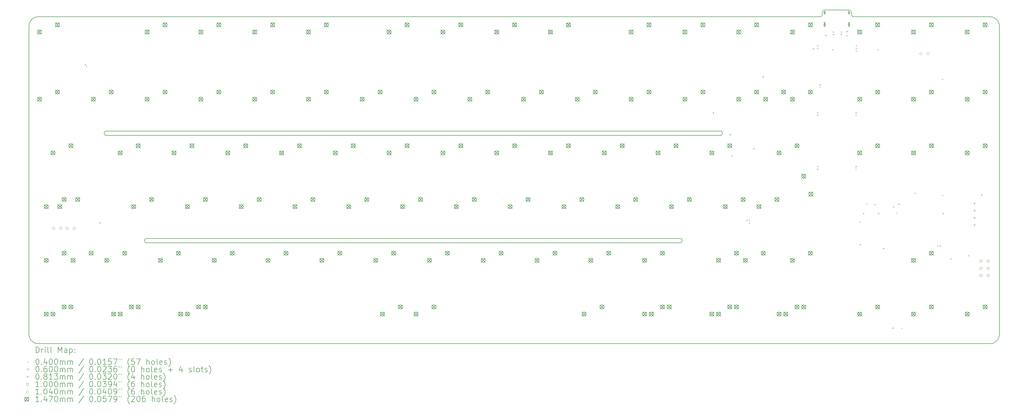
<source format=gbr>
%FSLAX45Y45*%
G04 Gerber Fmt 4.5, Leading zero omitted, Abs format (unit mm)*
G04 Created by KiCad (PCBNEW (6.0.1-0)) date 2022-01-18 02:05:57*
%MOMM*%
%LPD*%
G01*
G04 APERTURE LIST*
%TA.AperFunction,Profile*%
%ADD10C,0.200000*%
%TD*%
%ADD11C,0.200000*%
%ADD12C,0.040000*%
%ADD13C,0.060000*%
%ADD14C,0.081280*%
%ADD15C,0.100000*%
%ADD16C,0.104000*%
%ADD17C,0.147000*%
G04 APERTURE END LIST*
D10*
X46715812Y-26274250D02*
G75*
G03*
X47033312Y-25956750I0J317500D01*
G01*
X35722375Y-22702375D02*
G75*
G03*
X35722375Y-22543625I0J79375D01*
G01*
X41794563Y-14526750D02*
X41794563Y-14606125D01*
X40762688Y-14526750D02*
X40762688Y-14606125D01*
X37151125Y-18733625D02*
X15402375Y-18733625D01*
X37151125Y-18892375D02*
G75*
G03*
X37151125Y-18733625I0J79375D01*
G01*
X16831125Y-22702375D02*
X35722375Y-22702375D01*
X15402375Y-18892375D02*
X37151125Y-18892375D01*
X46715812Y-26274250D02*
X12981437Y-26274250D01*
X12663937Y-25956750D02*
X12663937Y-15003000D01*
X40842063Y-14447375D02*
G75*
G03*
X40762688Y-14526750I0J-79375D01*
G01*
X12663937Y-25956750D02*
G75*
G03*
X12981437Y-26274250I317500J0D01*
G01*
X12981437Y-14685500D02*
X40683313Y-14685500D01*
X47033312Y-15003000D02*
X47033312Y-25956750D01*
X35722375Y-22543625D02*
X16831125Y-22543625D01*
X47033312Y-15003000D02*
G75*
G03*
X46715812Y-14685500I-317500J0D01*
G01*
X41794563Y-14606125D02*
G75*
G03*
X41873938Y-14685500I79375J0D01*
G01*
X40683313Y-14685500D02*
G75*
G03*
X40762688Y-14606125I0J79375D01*
G01*
X12981437Y-14685500D02*
G75*
G03*
X12663937Y-15003000I0J-317500D01*
G01*
X41873938Y-14685500D02*
X46715812Y-14685500D01*
X16831125Y-22543625D02*
G75*
G03*
X16831125Y-22702375I0J-79375D01*
G01*
X15402375Y-18733625D02*
G75*
G03*
X15402375Y-18892375I0J-79375D01*
G01*
X41794563Y-14526750D02*
G75*
G03*
X41715188Y-14447375I-79375J0D01*
G01*
X40842063Y-14447375D02*
X41715188Y-14447375D01*
D11*
D12*
X14637847Y-16349289D02*
X14677847Y-16389289D01*
X14677847Y-16349289D02*
X14637847Y-16389289D01*
X14674000Y-16418100D02*
X14714000Y-16458100D01*
X14714000Y-16418100D02*
X14674000Y-16458100D01*
X15150600Y-21968000D02*
X15190600Y-22008000D01*
X15190600Y-21968000D02*
X15150600Y-22008000D01*
X36880300Y-18069100D02*
X36920300Y-18109100D01*
X36920300Y-18069100D02*
X36880300Y-18109100D01*
X37477200Y-18843800D02*
X37517200Y-18883800D01*
X37517200Y-18843800D02*
X37477200Y-18883800D01*
X37539000Y-19603000D02*
X37579000Y-19643000D01*
X37579000Y-19603000D02*
X37539000Y-19643000D01*
X38074100Y-21879100D02*
X38114100Y-21919100D01*
X38114100Y-21879100D02*
X38074100Y-21919100D01*
X38161311Y-21978950D02*
X38201311Y-22018950D01*
X38201311Y-21978950D02*
X38161311Y-22018950D01*
X38163000Y-21879100D02*
X38203000Y-21919100D01*
X38203000Y-21879100D02*
X38163000Y-21919100D01*
X38315400Y-19339100D02*
X38355400Y-19379100D01*
X38355400Y-19339100D02*
X38315400Y-19379100D01*
X38650000Y-16789000D02*
X38690000Y-16829000D01*
X38690000Y-16789000D02*
X38650000Y-16829000D01*
X40423600Y-15795800D02*
X40463600Y-15835800D01*
X40463600Y-15795800D02*
X40423600Y-15835800D01*
X40576000Y-15681500D02*
X40616000Y-15721500D01*
X40616000Y-15681500D02*
X40576000Y-15721500D01*
X40576000Y-15783100D02*
X40616000Y-15823100D01*
X40616000Y-15783100D02*
X40576000Y-15823100D01*
X40576000Y-18069100D02*
X40616000Y-18109100D01*
X40616000Y-18069100D02*
X40576000Y-18109100D01*
X40576000Y-18158000D02*
X40616000Y-18198000D01*
X40616000Y-18158000D02*
X40576000Y-18198000D01*
X40576000Y-19974100D02*
X40616000Y-20014100D01*
X40616000Y-19974100D02*
X40576000Y-20014100D01*
X40576000Y-20063000D02*
X40616000Y-20103000D01*
X40616000Y-20063000D02*
X40576000Y-20103000D01*
X40664900Y-17078500D02*
X40704900Y-17118500D01*
X40704900Y-17078500D02*
X40664900Y-17118500D01*
X40664900Y-17167400D02*
X40704900Y-17207400D01*
X40704900Y-17167400D02*
X40664900Y-17207400D01*
X40868100Y-15325900D02*
X40908100Y-15365900D01*
X40908100Y-15325900D02*
X40868100Y-15365900D01*
X41112000Y-15829000D02*
X41152000Y-15869000D01*
X41152000Y-15829000D02*
X41112000Y-15869000D01*
X41134800Y-15198900D02*
X41174800Y-15238900D01*
X41174800Y-15198900D02*
X41134800Y-15238900D01*
X41134800Y-15287800D02*
X41174800Y-15327800D01*
X41174800Y-15287800D02*
X41134800Y-15327800D01*
X41414200Y-15198900D02*
X41454200Y-15238900D01*
X41454200Y-15198900D02*
X41414200Y-15238900D01*
X41414200Y-15287800D02*
X41454200Y-15327800D01*
X41454200Y-15287800D02*
X41414200Y-15327800D01*
X41617400Y-15186200D02*
X41657400Y-15226200D01*
X41657400Y-15186200D02*
X41617400Y-15226200D01*
X41617400Y-15325900D02*
X41657400Y-15365900D01*
X41657400Y-15325900D02*
X41617400Y-15365900D01*
X41934900Y-18069100D02*
X41974900Y-18109100D01*
X41974900Y-18069100D02*
X41934900Y-18109100D01*
X41934900Y-18158000D02*
X41974900Y-18198000D01*
X41974900Y-18158000D02*
X41934900Y-18198000D01*
X41934900Y-19974100D02*
X41974900Y-20014100D01*
X41974900Y-19974100D02*
X41934900Y-20014100D01*
X41934900Y-20063000D02*
X41974900Y-20103000D01*
X41974900Y-20063000D02*
X41934900Y-20103000D01*
X41947000Y-15871000D02*
X41987000Y-15911000D01*
X41987000Y-15871000D02*
X41947000Y-15911000D01*
X41947600Y-15681500D02*
X41987600Y-15721500D01*
X41987600Y-15681500D02*
X41947600Y-15721500D01*
X41947600Y-15783100D02*
X41987600Y-15823100D01*
X41987600Y-15783100D02*
X41947600Y-15823100D01*
X42087300Y-21942600D02*
X42127300Y-21982600D01*
X42127300Y-21942600D02*
X42087300Y-21982600D01*
X42087300Y-22742700D02*
X42127300Y-22782700D01*
X42127300Y-22742700D02*
X42087300Y-22782700D01*
X42201600Y-21637800D02*
X42241600Y-21677800D01*
X42241600Y-21637800D02*
X42201600Y-21677800D01*
X42315900Y-21307600D02*
X42355900Y-21347600D01*
X42355900Y-21307600D02*
X42315900Y-21347600D01*
X42608000Y-21320300D02*
X42648000Y-21360300D01*
X42648000Y-21320300D02*
X42608000Y-21360300D01*
X42713000Y-15830000D02*
X42753000Y-15870000D01*
X42753000Y-15830000D02*
X42713000Y-15870000D01*
X42735000Y-21637800D02*
X42775000Y-21677800D01*
X42775000Y-21637800D02*
X42735000Y-21677800D01*
X42912800Y-22882400D02*
X42952800Y-22922400D01*
X42952800Y-22882400D02*
X42912800Y-22922400D01*
X43243000Y-25701800D02*
X43283000Y-25741800D01*
X43283000Y-25701800D02*
X43243000Y-25741800D01*
X43269581Y-21404581D02*
X43309581Y-21444581D01*
X43309581Y-21404581D02*
X43269581Y-21444581D01*
X43383000Y-21621000D02*
X43423000Y-21661000D01*
X43423000Y-21621000D02*
X43383000Y-21661000D01*
X43454221Y-21307221D02*
X43494221Y-21347221D01*
X43494221Y-21307221D02*
X43454221Y-21347221D01*
X43561000Y-25702000D02*
X43601000Y-25742000D01*
X43601000Y-25702000D02*
X43561000Y-25742000D01*
X44032000Y-20923000D02*
X44072000Y-20963000D01*
X44072000Y-20923000D02*
X44032000Y-20963000D01*
X44823001Y-22781430D02*
X44863001Y-22821430D01*
X44863001Y-22781430D02*
X44823001Y-22821430D01*
X44909032Y-22781570D02*
X44949032Y-22821570D01*
X44949032Y-22781570D02*
X44909032Y-22821570D01*
X44998670Y-16876000D02*
X45038670Y-16916000D01*
X45038670Y-16876000D02*
X44998670Y-16916000D01*
X44999000Y-20994000D02*
X45039000Y-21034000D01*
X45039000Y-20994000D02*
X44999000Y-21034000D01*
X45021000Y-21637800D02*
X45061000Y-21677800D01*
X45061000Y-21637800D02*
X45021000Y-21677800D01*
X45298000Y-23241070D02*
X45338000Y-23281070D01*
X45338000Y-23241070D02*
X45298000Y-23281070D01*
X45925000Y-23135570D02*
X45965000Y-23175570D01*
X45965000Y-23135570D02*
X45925000Y-23175570D01*
X46386000Y-20978570D02*
X46426000Y-21018570D01*
X46426000Y-20978570D02*
X46386000Y-21018570D01*
D13*
X40876625Y-14539212D02*
G75*
G03*
X40876625Y-14539212I-30000J0D01*
G01*
D11*
X40826625Y-14509212D02*
X40826625Y-14569212D01*
X40866625Y-14509212D02*
X40866625Y-14569212D01*
X40826625Y-14569212D02*
G75*
G03*
X40866625Y-14569212I20000J0D01*
G01*
X40866625Y-14509212D02*
G75*
G03*
X40826625Y-14509212I-20000J0D01*
G01*
D13*
X40876625Y-14957212D02*
G75*
G03*
X40876625Y-14957212I-30000J0D01*
G01*
D11*
X40826625Y-14902212D02*
X40826625Y-15012212D01*
X40866625Y-14902212D02*
X40866625Y-15012212D01*
X40826625Y-15012212D02*
G75*
G03*
X40866625Y-15012212I20000J0D01*
G01*
X40866625Y-14902212D02*
G75*
G03*
X40826625Y-14902212I-20000J0D01*
G01*
D13*
X41740625Y-14539212D02*
G75*
G03*
X41740625Y-14539212I-30000J0D01*
G01*
D11*
X41690625Y-14509212D02*
X41690625Y-14569212D01*
X41730625Y-14509212D02*
X41730625Y-14569212D01*
X41690625Y-14569212D02*
G75*
G03*
X41730625Y-14569212I20000J0D01*
G01*
X41730625Y-14509212D02*
G75*
G03*
X41690625Y-14509212I-20000J0D01*
G01*
D13*
X41740625Y-14957212D02*
G75*
G03*
X41740625Y-14957212I-30000J0D01*
G01*
D11*
X41690625Y-14902212D02*
X41690625Y-15012212D01*
X41730625Y-14902212D02*
X41730625Y-15012212D01*
X41690625Y-15012212D02*
G75*
G03*
X41730625Y-15012212I20000J0D01*
G01*
X41730625Y-14902212D02*
G75*
G03*
X41690625Y-14902212I-20000J0D01*
G01*
D14*
X46151000Y-21264360D02*
X46151000Y-21345640D01*
X46110360Y-21305000D02*
X46191640Y-21305000D01*
X46151000Y-21518360D02*
X46151000Y-21599640D01*
X46110360Y-21559000D02*
X46191640Y-21559000D01*
X46151000Y-21772360D02*
X46151000Y-21853640D01*
X46110360Y-21813000D02*
X46191640Y-21813000D01*
X46151000Y-22026360D02*
X46151000Y-22107640D01*
X46110360Y-22067000D02*
X46191640Y-22067000D01*
D15*
X46414356Y-23377356D02*
X46414356Y-23306644D01*
X46343644Y-23306644D01*
X46343644Y-23377356D01*
X46414356Y-23377356D01*
X46414356Y-23631356D02*
X46414356Y-23560644D01*
X46343644Y-23560644D01*
X46343644Y-23631356D01*
X46414356Y-23631356D01*
X46414356Y-23885356D02*
X46414356Y-23814644D01*
X46343644Y-23814644D01*
X46343644Y-23885356D01*
X46414356Y-23885356D01*
X46668356Y-23377356D02*
X46668356Y-23306644D01*
X46597644Y-23306644D01*
X46597644Y-23377356D01*
X46668356Y-23377356D01*
X46668356Y-23631356D02*
X46668356Y-23560644D01*
X46597644Y-23560644D01*
X46597644Y-23631356D01*
X46668356Y-23631356D01*
X46668356Y-23885356D02*
X46668356Y-23814644D01*
X46597644Y-23814644D01*
X46597644Y-23885356D01*
X46668356Y-23885356D01*
D16*
X13529125Y-22230500D02*
X13581125Y-22178500D01*
X13529125Y-22126500D01*
X13477125Y-22178500D01*
X13529125Y-22230500D01*
X13783125Y-22230500D02*
X13835125Y-22178500D01*
X13783125Y-22126500D01*
X13731125Y-22178500D01*
X13783125Y-22230500D01*
X14005375Y-22230500D02*
X14057375Y-22178500D01*
X14005375Y-22126500D01*
X13953375Y-22178500D01*
X14005375Y-22230500D01*
X14259375Y-22230500D02*
X14311375Y-22178500D01*
X14259375Y-22126500D01*
X14207375Y-22178500D01*
X14259375Y-22230500D01*
X44247250Y-16039250D02*
X44299250Y-15987250D01*
X44247250Y-15935250D01*
X44195250Y-15987250D01*
X44247250Y-16039250D01*
X44501250Y-16039250D02*
X44553250Y-15987250D01*
X44501250Y-15935250D01*
X44449250Y-15987250D01*
X44501250Y-16039250D01*
D17*
X12963500Y-15151750D02*
X13110500Y-15298750D01*
X13110500Y-15151750D02*
X12963500Y-15298750D01*
X13110500Y-15225250D02*
G75*
G03*
X13110500Y-15225250I-73500J0D01*
G01*
X12963500Y-17533000D02*
X13110500Y-17680000D01*
X13110500Y-17533000D02*
X12963500Y-17680000D01*
X13110500Y-17606500D02*
G75*
G03*
X13110500Y-17606500I-73500J0D01*
G01*
X13201625Y-21343000D02*
X13348625Y-21490000D01*
X13348625Y-21343000D02*
X13201625Y-21490000D01*
X13348625Y-21416500D02*
G75*
G03*
X13348625Y-21416500I-73500J0D01*
G01*
X13201625Y-23248000D02*
X13348625Y-23395000D01*
X13348625Y-23248000D02*
X13201625Y-23395000D01*
X13348625Y-23321500D02*
G75*
G03*
X13348625Y-23321500I-73500J0D01*
G01*
X13201625Y-25153000D02*
X13348625Y-25300000D01*
X13348625Y-25153000D02*
X13201625Y-25300000D01*
X13348625Y-25226500D02*
G75*
G03*
X13348625Y-25226500I-73500J0D01*
G01*
X13439750Y-19438000D02*
X13586750Y-19585000D01*
X13586750Y-19438000D02*
X13439750Y-19585000D01*
X13586750Y-19511500D02*
G75*
G03*
X13586750Y-19511500I-73500J0D01*
G01*
X13439750Y-25153000D02*
X13586750Y-25300000D01*
X13586750Y-25153000D02*
X13439750Y-25300000D01*
X13586750Y-25226500D02*
G75*
G03*
X13586750Y-25226500I-73500J0D01*
G01*
X13598500Y-14897750D02*
X13745500Y-15044750D01*
X13745500Y-14897750D02*
X13598500Y-15044750D01*
X13745500Y-14971250D02*
G75*
G03*
X13745500Y-14971250I-73500J0D01*
G01*
X13598500Y-17279000D02*
X13745500Y-17426000D01*
X13745500Y-17279000D02*
X13598500Y-17426000D01*
X13745500Y-17352500D02*
G75*
G03*
X13745500Y-17352500I-73500J0D01*
G01*
X13677875Y-21343000D02*
X13824875Y-21490000D01*
X13824875Y-21343000D02*
X13677875Y-21490000D01*
X13824875Y-21416500D02*
G75*
G03*
X13824875Y-21416500I-73500J0D01*
G01*
X13836625Y-21089000D02*
X13983625Y-21236000D01*
X13983625Y-21089000D02*
X13836625Y-21236000D01*
X13983625Y-21162500D02*
G75*
G03*
X13983625Y-21162500I-73500J0D01*
G01*
X13836625Y-22994000D02*
X13983625Y-23141000D01*
X13983625Y-22994000D02*
X13836625Y-23141000D01*
X13983625Y-23067500D02*
G75*
G03*
X13983625Y-23067500I-73500J0D01*
G01*
X13836625Y-24899000D02*
X13983625Y-25046000D01*
X13983625Y-24899000D02*
X13836625Y-25046000D01*
X13983625Y-24972500D02*
G75*
G03*
X13983625Y-24972500I-73500J0D01*
G01*
X14074750Y-19184000D02*
X14221750Y-19331000D01*
X14221750Y-19184000D02*
X14074750Y-19331000D01*
X14221750Y-19257500D02*
G75*
G03*
X14221750Y-19257500I-73500J0D01*
G01*
X14074750Y-24899000D02*
X14221750Y-25046000D01*
X14221750Y-24899000D02*
X14074750Y-25046000D01*
X14221750Y-24972500D02*
G75*
G03*
X14221750Y-24972500I-73500J0D01*
G01*
X14154125Y-23248000D02*
X14301125Y-23395000D01*
X14301125Y-23248000D02*
X14154125Y-23395000D01*
X14301125Y-23321500D02*
G75*
G03*
X14301125Y-23321500I-73500J0D01*
G01*
X14312875Y-21089000D02*
X14459875Y-21236000D01*
X14459875Y-21089000D02*
X14312875Y-21236000D01*
X14459875Y-21162500D02*
G75*
G03*
X14459875Y-21162500I-73500J0D01*
G01*
X14789125Y-22994000D02*
X14936125Y-23141000D01*
X14936125Y-22994000D02*
X14789125Y-23141000D01*
X14936125Y-23067500D02*
G75*
G03*
X14936125Y-23067500I-73500J0D01*
G01*
X14868500Y-17533000D02*
X15015500Y-17680000D01*
X15015500Y-17533000D02*
X14868500Y-17680000D01*
X15015500Y-17606500D02*
G75*
G03*
X15015500Y-17606500I-73500J0D01*
G01*
X15344750Y-23248000D02*
X15491750Y-23395000D01*
X15491750Y-23248000D02*
X15344750Y-23395000D01*
X15491750Y-23321500D02*
G75*
G03*
X15491750Y-23321500I-73500J0D01*
G01*
X15503500Y-17279000D02*
X15650500Y-17426000D01*
X15650500Y-17279000D02*
X15503500Y-17426000D01*
X15650500Y-17352500D02*
G75*
G03*
X15650500Y-17352500I-73500J0D01*
G01*
X15582875Y-25153000D02*
X15729875Y-25300000D01*
X15729875Y-25153000D02*
X15582875Y-25300000D01*
X15729875Y-25226500D02*
G75*
G03*
X15729875Y-25226500I-73500J0D01*
G01*
X15821000Y-19438000D02*
X15968000Y-19585000D01*
X15968000Y-19438000D02*
X15821000Y-19585000D01*
X15968000Y-19511500D02*
G75*
G03*
X15968000Y-19511500I-73500J0D01*
G01*
X15821000Y-25153000D02*
X15968000Y-25300000D01*
X15968000Y-25153000D02*
X15821000Y-25300000D01*
X15968000Y-25226500D02*
G75*
G03*
X15968000Y-25226500I-73500J0D01*
G01*
X15979750Y-22994000D02*
X16126750Y-23141000D01*
X16126750Y-22994000D02*
X15979750Y-23141000D01*
X16126750Y-23067500D02*
G75*
G03*
X16126750Y-23067500I-73500J0D01*
G01*
X16217875Y-24899000D02*
X16364875Y-25046000D01*
X16364875Y-24899000D02*
X16217875Y-25046000D01*
X16364875Y-24972500D02*
G75*
G03*
X16364875Y-24972500I-73500J0D01*
G01*
X16297250Y-21343000D02*
X16444250Y-21490000D01*
X16444250Y-21343000D02*
X16297250Y-21490000D01*
X16444250Y-21416500D02*
G75*
G03*
X16444250Y-21416500I-73500J0D01*
G01*
X16456000Y-19184000D02*
X16603000Y-19331000D01*
X16603000Y-19184000D02*
X16456000Y-19331000D01*
X16603000Y-19257500D02*
G75*
G03*
X16603000Y-19257500I-73500J0D01*
G01*
X16456000Y-24899000D02*
X16603000Y-25046000D01*
X16603000Y-24899000D02*
X16456000Y-25046000D01*
X16603000Y-24972500D02*
G75*
G03*
X16603000Y-24972500I-73500J0D01*
G01*
X16773500Y-15151750D02*
X16920500Y-15298750D01*
X16920500Y-15151750D02*
X16773500Y-15298750D01*
X16920500Y-15225250D02*
G75*
G03*
X16920500Y-15225250I-73500J0D01*
G01*
X16773500Y-17533000D02*
X16920500Y-17680000D01*
X16920500Y-17533000D02*
X16773500Y-17680000D01*
X16920500Y-17606500D02*
G75*
G03*
X16920500Y-17606500I-73500J0D01*
G01*
X16932250Y-21089000D02*
X17079250Y-21236000D01*
X17079250Y-21089000D02*
X16932250Y-21236000D01*
X17079250Y-21162500D02*
G75*
G03*
X17079250Y-21162500I-73500J0D01*
G01*
X17249750Y-23248000D02*
X17396750Y-23395000D01*
X17396750Y-23248000D02*
X17249750Y-23395000D01*
X17396750Y-23321500D02*
G75*
G03*
X17396750Y-23321500I-73500J0D01*
G01*
X17408500Y-14897750D02*
X17555500Y-15044750D01*
X17555500Y-14897750D02*
X17408500Y-15044750D01*
X17555500Y-14971250D02*
G75*
G03*
X17555500Y-14971250I-73500J0D01*
G01*
X17408500Y-17279000D02*
X17555500Y-17426000D01*
X17555500Y-17279000D02*
X17408500Y-17426000D01*
X17555500Y-17352500D02*
G75*
G03*
X17555500Y-17352500I-73500J0D01*
G01*
X17726000Y-19438000D02*
X17873000Y-19585000D01*
X17873000Y-19438000D02*
X17726000Y-19585000D01*
X17873000Y-19511500D02*
G75*
G03*
X17873000Y-19511500I-73500J0D01*
G01*
X17884750Y-22994000D02*
X18031750Y-23141000D01*
X18031750Y-22994000D02*
X17884750Y-23141000D01*
X18031750Y-23067500D02*
G75*
G03*
X18031750Y-23067500I-73500J0D01*
G01*
X17964125Y-25153000D02*
X18111125Y-25300000D01*
X18111125Y-25153000D02*
X17964125Y-25300000D01*
X18111125Y-25226500D02*
G75*
G03*
X18111125Y-25226500I-73500J0D01*
G01*
X18202250Y-21343000D02*
X18349250Y-21490000D01*
X18349250Y-21343000D02*
X18202250Y-21490000D01*
X18349250Y-21416500D02*
G75*
G03*
X18349250Y-21416500I-73500J0D01*
G01*
X18202250Y-25153000D02*
X18349250Y-25300000D01*
X18349250Y-25153000D02*
X18202250Y-25300000D01*
X18349250Y-25226500D02*
G75*
G03*
X18349250Y-25226500I-73500J0D01*
G01*
X18361000Y-19184000D02*
X18508000Y-19331000D01*
X18508000Y-19184000D02*
X18361000Y-19331000D01*
X18508000Y-19257500D02*
G75*
G03*
X18508000Y-19257500I-73500J0D01*
G01*
X18599125Y-24899000D02*
X18746125Y-25046000D01*
X18746125Y-24899000D02*
X18599125Y-25046000D01*
X18746125Y-24972500D02*
G75*
G03*
X18746125Y-24972500I-73500J0D01*
G01*
X18678500Y-15151750D02*
X18825500Y-15298750D01*
X18825500Y-15151750D02*
X18678500Y-15298750D01*
X18825500Y-15225250D02*
G75*
G03*
X18825500Y-15225250I-73500J0D01*
G01*
X18678500Y-17533000D02*
X18825500Y-17680000D01*
X18825500Y-17533000D02*
X18678500Y-17680000D01*
X18825500Y-17606500D02*
G75*
G03*
X18825500Y-17606500I-73500J0D01*
G01*
X18837250Y-21089000D02*
X18984250Y-21236000D01*
X18984250Y-21089000D02*
X18837250Y-21236000D01*
X18984250Y-21162500D02*
G75*
G03*
X18984250Y-21162500I-73500J0D01*
G01*
X18837250Y-24899000D02*
X18984250Y-25046000D01*
X18984250Y-24899000D02*
X18837250Y-25046000D01*
X18984250Y-24972500D02*
G75*
G03*
X18984250Y-24972500I-73500J0D01*
G01*
X19154750Y-23248000D02*
X19301750Y-23395000D01*
X19301750Y-23248000D02*
X19154750Y-23395000D01*
X19301750Y-23321500D02*
G75*
G03*
X19301750Y-23321500I-73500J0D01*
G01*
X19313500Y-14897750D02*
X19460500Y-15044750D01*
X19460500Y-14897750D02*
X19313500Y-15044750D01*
X19460500Y-14971250D02*
G75*
G03*
X19460500Y-14971250I-73500J0D01*
G01*
X19313500Y-17279000D02*
X19460500Y-17426000D01*
X19460500Y-17279000D02*
X19313500Y-17426000D01*
X19460500Y-17352500D02*
G75*
G03*
X19460500Y-17352500I-73500J0D01*
G01*
X19631000Y-19438000D02*
X19778000Y-19585000D01*
X19778000Y-19438000D02*
X19631000Y-19585000D01*
X19778000Y-19511500D02*
G75*
G03*
X19778000Y-19511500I-73500J0D01*
G01*
X19789750Y-22994000D02*
X19936750Y-23141000D01*
X19936750Y-22994000D02*
X19789750Y-23141000D01*
X19936750Y-23067500D02*
G75*
G03*
X19936750Y-23067500I-73500J0D01*
G01*
X20107250Y-21343000D02*
X20254250Y-21490000D01*
X20254250Y-21343000D02*
X20107250Y-21490000D01*
X20254250Y-21416500D02*
G75*
G03*
X20254250Y-21416500I-73500J0D01*
G01*
X20266000Y-19184000D02*
X20413000Y-19331000D01*
X20413000Y-19184000D02*
X20266000Y-19331000D01*
X20413000Y-19257500D02*
G75*
G03*
X20413000Y-19257500I-73500J0D01*
G01*
X20583500Y-15151750D02*
X20730500Y-15298750D01*
X20730500Y-15151750D02*
X20583500Y-15298750D01*
X20730500Y-15225250D02*
G75*
G03*
X20730500Y-15225250I-73500J0D01*
G01*
X20583500Y-17533000D02*
X20730500Y-17680000D01*
X20730500Y-17533000D02*
X20583500Y-17680000D01*
X20730500Y-17606500D02*
G75*
G03*
X20730500Y-17606500I-73500J0D01*
G01*
X20742250Y-21089000D02*
X20889250Y-21236000D01*
X20889250Y-21089000D02*
X20742250Y-21236000D01*
X20889250Y-21162500D02*
G75*
G03*
X20889250Y-21162500I-73500J0D01*
G01*
X21059750Y-23248000D02*
X21206750Y-23395000D01*
X21206750Y-23248000D02*
X21059750Y-23395000D01*
X21206750Y-23321500D02*
G75*
G03*
X21206750Y-23321500I-73500J0D01*
G01*
X21218500Y-14897750D02*
X21365500Y-15044750D01*
X21365500Y-14897750D02*
X21218500Y-15044750D01*
X21365500Y-14971250D02*
G75*
G03*
X21365500Y-14971250I-73500J0D01*
G01*
X21218500Y-17279000D02*
X21365500Y-17426000D01*
X21365500Y-17279000D02*
X21218500Y-17426000D01*
X21365500Y-17352500D02*
G75*
G03*
X21365500Y-17352500I-73500J0D01*
G01*
X21536000Y-19438000D02*
X21683000Y-19585000D01*
X21683000Y-19438000D02*
X21536000Y-19585000D01*
X21683000Y-19511500D02*
G75*
G03*
X21683000Y-19511500I-73500J0D01*
G01*
X21694750Y-22994000D02*
X21841750Y-23141000D01*
X21841750Y-22994000D02*
X21694750Y-23141000D01*
X21841750Y-23067500D02*
G75*
G03*
X21841750Y-23067500I-73500J0D01*
G01*
X22012250Y-21343000D02*
X22159250Y-21490000D01*
X22159250Y-21343000D02*
X22012250Y-21490000D01*
X22159250Y-21416500D02*
G75*
G03*
X22159250Y-21416500I-73500J0D01*
G01*
X22171000Y-19184000D02*
X22318000Y-19331000D01*
X22318000Y-19184000D02*
X22171000Y-19331000D01*
X22318000Y-19257500D02*
G75*
G03*
X22318000Y-19257500I-73500J0D01*
G01*
X22488500Y-15151750D02*
X22635500Y-15298750D01*
X22635500Y-15151750D02*
X22488500Y-15298750D01*
X22635500Y-15225250D02*
G75*
G03*
X22635500Y-15225250I-73500J0D01*
G01*
X22488500Y-17533000D02*
X22635500Y-17680000D01*
X22635500Y-17533000D02*
X22488500Y-17680000D01*
X22635500Y-17606500D02*
G75*
G03*
X22635500Y-17606500I-73500J0D01*
G01*
X22647250Y-21089000D02*
X22794250Y-21236000D01*
X22794250Y-21089000D02*
X22647250Y-21236000D01*
X22794250Y-21162500D02*
G75*
G03*
X22794250Y-21162500I-73500J0D01*
G01*
X22964750Y-23248000D02*
X23111750Y-23395000D01*
X23111750Y-23248000D02*
X22964750Y-23395000D01*
X23111750Y-23321500D02*
G75*
G03*
X23111750Y-23321500I-73500J0D01*
G01*
X23123500Y-14897750D02*
X23270500Y-15044750D01*
X23270500Y-14897750D02*
X23123500Y-15044750D01*
X23270500Y-14971250D02*
G75*
G03*
X23270500Y-14971250I-73500J0D01*
G01*
X23123500Y-17279000D02*
X23270500Y-17426000D01*
X23270500Y-17279000D02*
X23123500Y-17426000D01*
X23270500Y-17352500D02*
G75*
G03*
X23270500Y-17352500I-73500J0D01*
G01*
X23441000Y-19438000D02*
X23588000Y-19585000D01*
X23588000Y-19438000D02*
X23441000Y-19585000D01*
X23588000Y-19511500D02*
G75*
G03*
X23588000Y-19511500I-73500J0D01*
G01*
X23599750Y-22994000D02*
X23746750Y-23141000D01*
X23746750Y-22994000D02*
X23599750Y-23141000D01*
X23746750Y-23067500D02*
G75*
G03*
X23746750Y-23067500I-73500J0D01*
G01*
X23917250Y-21343000D02*
X24064250Y-21490000D01*
X24064250Y-21343000D02*
X23917250Y-21490000D01*
X24064250Y-21416500D02*
G75*
G03*
X24064250Y-21416500I-73500J0D01*
G01*
X24076000Y-19184000D02*
X24223000Y-19331000D01*
X24223000Y-19184000D02*
X24076000Y-19331000D01*
X24223000Y-19257500D02*
G75*
G03*
X24223000Y-19257500I-73500J0D01*
G01*
X24393500Y-17533000D02*
X24540500Y-17680000D01*
X24540500Y-17533000D02*
X24393500Y-17680000D01*
X24540500Y-17606500D02*
G75*
G03*
X24540500Y-17606500I-73500J0D01*
G01*
X24552250Y-21089000D02*
X24699250Y-21236000D01*
X24699250Y-21089000D02*
X24552250Y-21236000D01*
X24699250Y-21162500D02*
G75*
G03*
X24699250Y-21162500I-73500J0D01*
G01*
X24869750Y-23248000D02*
X25016750Y-23395000D01*
X25016750Y-23248000D02*
X24869750Y-23395000D01*
X25016750Y-23321500D02*
G75*
G03*
X25016750Y-23321500I-73500J0D01*
G01*
X25028500Y-17279000D02*
X25175500Y-17426000D01*
X25175500Y-17279000D02*
X25028500Y-17426000D01*
X25175500Y-17352500D02*
G75*
G03*
X25175500Y-17352500I-73500J0D01*
G01*
X25107875Y-25153000D02*
X25254875Y-25300000D01*
X25254875Y-25153000D02*
X25107875Y-25300000D01*
X25254875Y-25226500D02*
G75*
G03*
X25254875Y-25226500I-73500J0D01*
G01*
X25346000Y-15151750D02*
X25493000Y-15298750D01*
X25493000Y-15151750D02*
X25346000Y-15298750D01*
X25493000Y-15225250D02*
G75*
G03*
X25493000Y-15225250I-73500J0D01*
G01*
X25346000Y-19438000D02*
X25493000Y-19585000D01*
X25493000Y-19438000D02*
X25346000Y-19585000D01*
X25493000Y-19511500D02*
G75*
G03*
X25493000Y-19511500I-73500J0D01*
G01*
X25504750Y-22994000D02*
X25651750Y-23141000D01*
X25651750Y-22994000D02*
X25504750Y-23141000D01*
X25651750Y-23067500D02*
G75*
G03*
X25651750Y-23067500I-73500J0D01*
G01*
X25742875Y-24899000D02*
X25889875Y-25046000D01*
X25889875Y-24899000D02*
X25742875Y-25046000D01*
X25889875Y-24972500D02*
G75*
G03*
X25889875Y-24972500I-73500J0D01*
G01*
X25822250Y-21343000D02*
X25969250Y-21490000D01*
X25969250Y-21343000D02*
X25822250Y-21490000D01*
X25969250Y-21416500D02*
G75*
G03*
X25969250Y-21416500I-73500J0D01*
G01*
X25981000Y-14897750D02*
X26128000Y-15044750D01*
X26128000Y-14897750D02*
X25981000Y-15044750D01*
X26128000Y-14971250D02*
G75*
G03*
X26128000Y-14971250I-73500J0D01*
G01*
X25981000Y-19184000D02*
X26128000Y-19331000D01*
X26128000Y-19184000D02*
X25981000Y-19331000D01*
X26128000Y-19257500D02*
G75*
G03*
X26128000Y-19257500I-73500J0D01*
G01*
X26298500Y-17533000D02*
X26445500Y-17680000D01*
X26445500Y-17533000D02*
X26298500Y-17680000D01*
X26445500Y-17606500D02*
G75*
G03*
X26445500Y-17606500I-73500J0D01*
G01*
X26298500Y-25153000D02*
X26445500Y-25300000D01*
X26445500Y-25153000D02*
X26298500Y-25300000D01*
X26445500Y-25226500D02*
G75*
G03*
X26445500Y-25226500I-73500J0D01*
G01*
X26457250Y-21089000D02*
X26604250Y-21236000D01*
X26604250Y-21089000D02*
X26457250Y-21236000D01*
X26604250Y-21162500D02*
G75*
G03*
X26604250Y-21162500I-73500J0D01*
G01*
X26774750Y-23248000D02*
X26921750Y-23395000D01*
X26921750Y-23248000D02*
X26774750Y-23395000D01*
X26921750Y-23321500D02*
G75*
G03*
X26921750Y-23321500I-73500J0D01*
G01*
X26933500Y-17279000D02*
X27080500Y-17426000D01*
X27080500Y-17279000D02*
X26933500Y-17426000D01*
X27080500Y-17352500D02*
G75*
G03*
X27080500Y-17352500I-73500J0D01*
G01*
X26933500Y-24899000D02*
X27080500Y-25046000D01*
X27080500Y-24899000D02*
X26933500Y-25046000D01*
X27080500Y-24972500D02*
G75*
G03*
X27080500Y-24972500I-73500J0D01*
G01*
X27251000Y-15151750D02*
X27398000Y-15298750D01*
X27398000Y-15151750D02*
X27251000Y-15298750D01*
X27398000Y-15225250D02*
G75*
G03*
X27398000Y-15225250I-73500J0D01*
G01*
X27251000Y-19438000D02*
X27398000Y-19585000D01*
X27398000Y-19438000D02*
X27251000Y-19585000D01*
X27398000Y-19511500D02*
G75*
G03*
X27398000Y-19511500I-73500J0D01*
G01*
X27409750Y-22994000D02*
X27556750Y-23141000D01*
X27556750Y-22994000D02*
X27409750Y-23141000D01*
X27556750Y-23067500D02*
G75*
G03*
X27556750Y-23067500I-73500J0D01*
G01*
X27727250Y-21343000D02*
X27874250Y-21490000D01*
X27874250Y-21343000D02*
X27727250Y-21490000D01*
X27874250Y-21416500D02*
G75*
G03*
X27874250Y-21416500I-73500J0D01*
G01*
X27886000Y-14897750D02*
X28033000Y-15044750D01*
X28033000Y-14897750D02*
X27886000Y-15044750D01*
X28033000Y-14971250D02*
G75*
G03*
X28033000Y-14971250I-73500J0D01*
G01*
X27886000Y-19184000D02*
X28033000Y-19331000D01*
X28033000Y-19184000D02*
X27886000Y-19331000D01*
X28033000Y-19257500D02*
G75*
G03*
X28033000Y-19257500I-73500J0D01*
G01*
X28203500Y-17533000D02*
X28350500Y-17680000D01*
X28350500Y-17533000D02*
X28203500Y-17680000D01*
X28350500Y-17606500D02*
G75*
G03*
X28350500Y-17606500I-73500J0D01*
G01*
X28362250Y-21089000D02*
X28509250Y-21236000D01*
X28509250Y-21089000D02*
X28362250Y-21236000D01*
X28509250Y-21162500D02*
G75*
G03*
X28509250Y-21162500I-73500J0D01*
G01*
X28679750Y-23248000D02*
X28826750Y-23395000D01*
X28826750Y-23248000D02*
X28679750Y-23395000D01*
X28826750Y-23321500D02*
G75*
G03*
X28826750Y-23321500I-73500J0D01*
G01*
X28838500Y-17279000D02*
X28985500Y-17426000D01*
X28985500Y-17279000D02*
X28838500Y-17426000D01*
X28985500Y-17352500D02*
G75*
G03*
X28985500Y-17352500I-73500J0D01*
G01*
X29156000Y-15151750D02*
X29303000Y-15298750D01*
X29303000Y-15151750D02*
X29156000Y-15298750D01*
X29303000Y-15225250D02*
G75*
G03*
X29303000Y-15225250I-73500J0D01*
G01*
X29156000Y-19438000D02*
X29303000Y-19585000D01*
X29303000Y-19438000D02*
X29156000Y-19585000D01*
X29303000Y-19511500D02*
G75*
G03*
X29303000Y-19511500I-73500J0D01*
G01*
X29314750Y-22994000D02*
X29461750Y-23141000D01*
X29461750Y-22994000D02*
X29314750Y-23141000D01*
X29461750Y-23067500D02*
G75*
G03*
X29461750Y-23067500I-73500J0D01*
G01*
X29632250Y-21343000D02*
X29779250Y-21490000D01*
X29779250Y-21343000D02*
X29632250Y-21490000D01*
X29779250Y-21416500D02*
G75*
G03*
X29779250Y-21416500I-73500J0D01*
G01*
X29791000Y-14897750D02*
X29938000Y-15044750D01*
X29938000Y-14897750D02*
X29791000Y-15044750D01*
X29938000Y-14971250D02*
G75*
G03*
X29938000Y-14971250I-73500J0D01*
G01*
X29791000Y-19184000D02*
X29938000Y-19331000D01*
X29938000Y-19184000D02*
X29791000Y-19331000D01*
X29938000Y-19257500D02*
G75*
G03*
X29938000Y-19257500I-73500J0D01*
G01*
X30108500Y-17533000D02*
X30255500Y-17680000D01*
X30255500Y-17533000D02*
X30108500Y-17680000D01*
X30255500Y-17606500D02*
G75*
G03*
X30255500Y-17606500I-73500J0D01*
G01*
X30267250Y-21089000D02*
X30414250Y-21236000D01*
X30414250Y-21089000D02*
X30267250Y-21236000D01*
X30414250Y-21162500D02*
G75*
G03*
X30414250Y-21162500I-73500J0D01*
G01*
X30584750Y-23248000D02*
X30731750Y-23395000D01*
X30731750Y-23248000D02*
X30584750Y-23395000D01*
X30731750Y-23321500D02*
G75*
G03*
X30731750Y-23321500I-73500J0D01*
G01*
X30743500Y-17279000D02*
X30890500Y-17426000D01*
X30890500Y-17279000D02*
X30743500Y-17426000D01*
X30890500Y-17352500D02*
G75*
G03*
X30890500Y-17352500I-73500J0D01*
G01*
X31061000Y-15151750D02*
X31208000Y-15298750D01*
X31208000Y-15151750D02*
X31061000Y-15298750D01*
X31208000Y-15225250D02*
G75*
G03*
X31208000Y-15225250I-73500J0D01*
G01*
X31061000Y-19438000D02*
X31208000Y-19585000D01*
X31208000Y-19438000D02*
X31061000Y-19585000D01*
X31208000Y-19511500D02*
G75*
G03*
X31208000Y-19511500I-73500J0D01*
G01*
X31219750Y-22994000D02*
X31366750Y-23141000D01*
X31366750Y-22994000D02*
X31219750Y-23141000D01*
X31366750Y-23067500D02*
G75*
G03*
X31366750Y-23067500I-73500J0D01*
G01*
X31537250Y-21343000D02*
X31684250Y-21490000D01*
X31684250Y-21343000D02*
X31537250Y-21490000D01*
X31684250Y-21416500D02*
G75*
G03*
X31684250Y-21416500I-73500J0D01*
G01*
X31696000Y-14897750D02*
X31843000Y-15044750D01*
X31843000Y-14897750D02*
X31696000Y-15044750D01*
X31843000Y-14971250D02*
G75*
G03*
X31843000Y-14971250I-73500J0D01*
G01*
X31696000Y-19184000D02*
X31843000Y-19331000D01*
X31843000Y-19184000D02*
X31696000Y-19331000D01*
X31843000Y-19257500D02*
G75*
G03*
X31843000Y-19257500I-73500J0D01*
G01*
X32013500Y-17533000D02*
X32160500Y-17680000D01*
X32160500Y-17533000D02*
X32013500Y-17680000D01*
X32160500Y-17606500D02*
G75*
G03*
X32160500Y-17606500I-73500J0D01*
G01*
X32172250Y-21089000D02*
X32319250Y-21236000D01*
X32319250Y-21089000D02*
X32172250Y-21236000D01*
X32319250Y-21162500D02*
G75*
G03*
X32319250Y-21162500I-73500J0D01*
G01*
X32251625Y-25153000D02*
X32398625Y-25300000D01*
X32398625Y-25153000D02*
X32251625Y-25300000D01*
X32398625Y-25226500D02*
G75*
G03*
X32398625Y-25226500I-73500J0D01*
G01*
X32489750Y-23248000D02*
X32636750Y-23395000D01*
X32636750Y-23248000D02*
X32489750Y-23395000D01*
X32636750Y-23321500D02*
G75*
G03*
X32636750Y-23321500I-73500J0D01*
G01*
X32648500Y-17279000D02*
X32795500Y-17426000D01*
X32795500Y-17279000D02*
X32648500Y-17426000D01*
X32795500Y-17352500D02*
G75*
G03*
X32795500Y-17352500I-73500J0D01*
G01*
X32886625Y-24899000D02*
X33033625Y-25046000D01*
X33033625Y-24899000D02*
X32886625Y-25046000D01*
X33033625Y-24972500D02*
G75*
G03*
X33033625Y-24972500I-73500J0D01*
G01*
X32966000Y-19438000D02*
X33113000Y-19585000D01*
X33113000Y-19438000D02*
X32966000Y-19585000D01*
X33113000Y-19511500D02*
G75*
G03*
X33113000Y-19511500I-73500J0D01*
G01*
X33124750Y-22994000D02*
X33271750Y-23141000D01*
X33271750Y-22994000D02*
X33124750Y-23141000D01*
X33271750Y-23067500D02*
G75*
G03*
X33271750Y-23067500I-73500J0D01*
G01*
X33442250Y-21343000D02*
X33589250Y-21490000D01*
X33589250Y-21343000D02*
X33442250Y-21490000D01*
X33589250Y-21416500D02*
G75*
G03*
X33589250Y-21416500I-73500J0D01*
G01*
X33601000Y-19184000D02*
X33748000Y-19331000D01*
X33748000Y-19184000D02*
X33601000Y-19331000D01*
X33748000Y-19257500D02*
G75*
G03*
X33748000Y-19257500I-73500J0D01*
G01*
X33918500Y-15151750D02*
X34065500Y-15298750D01*
X34065500Y-15151750D02*
X33918500Y-15298750D01*
X34065500Y-15225250D02*
G75*
G03*
X34065500Y-15225250I-73500J0D01*
G01*
X33918500Y-17533000D02*
X34065500Y-17680000D01*
X34065500Y-17533000D02*
X33918500Y-17680000D01*
X34065500Y-17606500D02*
G75*
G03*
X34065500Y-17606500I-73500J0D01*
G01*
X34077250Y-21089000D02*
X34224250Y-21236000D01*
X34224250Y-21089000D02*
X34077250Y-21236000D01*
X34224250Y-21162500D02*
G75*
G03*
X34224250Y-21162500I-73500J0D01*
G01*
X34394750Y-23248000D02*
X34541750Y-23395000D01*
X34541750Y-23248000D02*
X34394750Y-23395000D01*
X34541750Y-23321500D02*
G75*
G03*
X34541750Y-23321500I-73500J0D01*
G01*
X34394750Y-25153000D02*
X34541750Y-25300000D01*
X34541750Y-25153000D02*
X34394750Y-25300000D01*
X34541750Y-25226500D02*
G75*
G03*
X34541750Y-25226500I-73500J0D01*
G01*
X34553500Y-14897750D02*
X34700500Y-15044750D01*
X34700500Y-14897750D02*
X34553500Y-15044750D01*
X34700500Y-14971250D02*
G75*
G03*
X34700500Y-14971250I-73500J0D01*
G01*
X34553500Y-17279000D02*
X34700500Y-17426000D01*
X34700500Y-17279000D02*
X34553500Y-17426000D01*
X34700500Y-17352500D02*
G75*
G03*
X34700500Y-17352500I-73500J0D01*
G01*
X34632875Y-25153000D02*
X34779875Y-25300000D01*
X34779875Y-25153000D02*
X34632875Y-25300000D01*
X34779875Y-25226500D02*
G75*
G03*
X34779875Y-25226500I-73500J0D01*
G01*
X34871000Y-19438000D02*
X35018000Y-19585000D01*
X35018000Y-19438000D02*
X34871000Y-19585000D01*
X35018000Y-19511500D02*
G75*
G03*
X35018000Y-19511500I-73500J0D01*
G01*
X35029750Y-22994000D02*
X35176750Y-23141000D01*
X35176750Y-22994000D02*
X35029750Y-23141000D01*
X35176750Y-23067500D02*
G75*
G03*
X35176750Y-23067500I-73500J0D01*
G01*
X35029750Y-24899000D02*
X35176750Y-25046000D01*
X35176750Y-24899000D02*
X35029750Y-25046000D01*
X35176750Y-24972500D02*
G75*
G03*
X35176750Y-24972500I-73500J0D01*
G01*
X35267875Y-24899000D02*
X35414875Y-25046000D01*
X35414875Y-24899000D02*
X35267875Y-25046000D01*
X35414875Y-24972500D02*
G75*
G03*
X35414875Y-24972500I-73500J0D01*
G01*
X35347250Y-21343000D02*
X35494250Y-21490000D01*
X35494250Y-21343000D02*
X35347250Y-21490000D01*
X35494250Y-21416500D02*
G75*
G03*
X35494250Y-21416500I-73500J0D01*
G01*
X35506000Y-19184000D02*
X35653000Y-19331000D01*
X35653000Y-19184000D02*
X35506000Y-19331000D01*
X35653000Y-19257500D02*
G75*
G03*
X35653000Y-19257500I-73500J0D01*
G01*
X35823500Y-15151750D02*
X35970500Y-15298750D01*
X35970500Y-15151750D02*
X35823500Y-15298750D01*
X35970500Y-15225250D02*
G75*
G03*
X35970500Y-15225250I-73500J0D01*
G01*
X35823500Y-17533000D02*
X35970500Y-17680000D01*
X35970500Y-17533000D02*
X35823500Y-17680000D01*
X35970500Y-17606500D02*
G75*
G03*
X35970500Y-17606500I-73500J0D01*
G01*
X35982250Y-21089000D02*
X36129250Y-21236000D01*
X36129250Y-21089000D02*
X35982250Y-21236000D01*
X36129250Y-21162500D02*
G75*
G03*
X36129250Y-21162500I-73500J0D01*
G01*
X36458500Y-14897750D02*
X36605500Y-15044750D01*
X36605500Y-14897750D02*
X36458500Y-15044750D01*
X36605500Y-14971250D02*
G75*
G03*
X36605500Y-14971250I-73500J0D01*
G01*
X36458500Y-17279000D02*
X36605500Y-17426000D01*
X36605500Y-17279000D02*
X36458500Y-17426000D01*
X36605500Y-17352500D02*
G75*
G03*
X36605500Y-17352500I-73500J0D01*
G01*
X36776000Y-19438000D02*
X36923000Y-19585000D01*
X36923000Y-19438000D02*
X36776000Y-19585000D01*
X36923000Y-19511500D02*
G75*
G03*
X36923000Y-19511500I-73500J0D01*
G01*
X36776000Y-25153000D02*
X36923000Y-25300000D01*
X36923000Y-25153000D02*
X36776000Y-25300000D01*
X36923000Y-25226500D02*
G75*
G03*
X36923000Y-25226500I-73500J0D01*
G01*
X37014125Y-23248000D02*
X37161125Y-23395000D01*
X37161125Y-23248000D02*
X37014125Y-23395000D01*
X37161125Y-23321500D02*
G75*
G03*
X37161125Y-23321500I-73500J0D01*
G01*
X37014125Y-25153000D02*
X37161125Y-25300000D01*
X37161125Y-25153000D02*
X37014125Y-25300000D01*
X37161125Y-25226500D02*
G75*
G03*
X37161125Y-25226500I-73500J0D01*
G01*
X37252250Y-21343000D02*
X37399250Y-21490000D01*
X37399250Y-21343000D02*
X37252250Y-21490000D01*
X37399250Y-21416500D02*
G75*
G03*
X37399250Y-21416500I-73500J0D01*
G01*
X37411000Y-19184000D02*
X37558000Y-19331000D01*
X37558000Y-19184000D02*
X37411000Y-19331000D01*
X37558000Y-19257500D02*
G75*
G03*
X37558000Y-19257500I-73500J0D01*
G01*
X37411000Y-24899000D02*
X37558000Y-25046000D01*
X37558000Y-24899000D02*
X37411000Y-25046000D01*
X37558000Y-24972500D02*
G75*
G03*
X37558000Y-24972500I-73500J0D01*
G01*
X37649125Y-22994000D02*
X37796125Y-23141000D01*
X37796125Y-22994000D02*
X37649125Y-23141000D01*
X37796125Y-23067500D02*
G75*
G03*
X37796125Y-23067500I-73500J0D01*
G01*
X37649125Y-24899000D02*
X37796125Y-25046000D01*
X37796125Y-24899000D02*
X37649125Y-25046000D01*
X37796125Y-24972500D02*
G75*
G03*
X37796125Y-24972500I-73500J0D01*
G01*
X37728500Y-15151750D02*
X37875500Y-15298750D01*
X37875500Y-15151750D02*
X37728500Y-15298750D01*
X37875500Y-15225250D02*
G75*
G03*
X37875500Y-15225250I-73500J0D01*
G01*
X37728500Y-17533000D02*
X37875500Y-17680000D01*
X37875500Y-17533000D02*
X37728500Y-17680000D01*
X37875500Y-17606500D02*
G75*
G03*
X37875500Y-17606500I-73500J0D01*
G01*
X37887250Y-21089000D02*
X38034250Y-21236000D01*
X38034250Y-21089000D02*
X37887250Y-21236000D01*
X38034250Y-21162500D02*
G75*
G03*
X38034250Y-21162500I-73500J0D01*
G01*
X37966625Y-23248000D02*
X38113625Y-23395000D01*
X38113625Y-23248000D02*
X37966625Y-23395000D01*
X38113625Y-23321500D02*
G75*
G03*
X38113625Y-23321500I-73500J0D01*
G01*
X38363500Y-14897750D02*
X38510500Y-15044750D01*
X38510500Y-14897750D02*
X38363500Y-15044750D01*
X38510500Y-14971250D02*
G75*
G03*
X38510500Y-14971250I-73500J0D01*
G01*
X38363500Y-17279000D02*
X38510500Y-17426000D01*
X38510500Y-17279000D02*
X38363500Y-17426000D01*
X38510500Y-17352500D02*
G75*
G03*
X38510500Y-17352500I-73500J0D01*
G01*
X38442875Y-21343000D02*
X38589875Y-21490000D01*
X38589875Y-21343000D02*
X38442875Y-21490000D01*
X38589875Y-21416500D02*
G75*
G03*
X38589875Y-21416500I-73500J0D01*
G01*
X38601625Y-22994000D02*
X38748625Y-23141000D01*
X38748625Y-22994000D02*
X38601625Y-23141000D01*
X38748625Y-23067500D02*
G75*
G03*
X38748625Y-23067500I-73500J0D01*
G01*
X38681000Y-17533000D02*
X38828000Y-17680000D01*
X38828000Y-17533000D02*
X38681000Y-17680000D01*
X38828000Y-17606500D02*
G75*
G03*
X38828000Y-17606500I-73500J0D01*
G01*
X39077875Y-21089000D02*
X39224875Y-21236000D01*
X39224875Y-21089000D02*
X39077875Y-21236000D01*
X39224875Y-21162500D02*
G75*
G03*
X39224875Y-21162500I-73500J0D01*
G01*
X39157250Y-19438000D02*
X39304250Y-19585000D01*
X39304250Y-19438000D02*
X39157250Y-19585000D01*
X39304250Y-19511500D02*
G75*
G03*
X39304250Y-19511500I-73500J0D01*
G01*
X39157250Y-25153000D02*
X39304250Y-25300000D01*
X39304250Y-25153000D02*
X39157250Y-25300000D01*
X39304250Y-25226500D02*
G75*
G03*
X39304250Y-25226500I-73500J0D01*
G01*
X39316000Y-17279000D02*
X39463000Y-17426000D01*
X39463000Y-17279000D02*
X39316000Y-17426000D01*
X39463000Y-17352500D02*
G75*
G03*
X39463000Y-17352500I-73500J0D01*
G01*
X39395375Y-25153000D02*
X39542375Y-25300000D01*
X39542375Y-25153000D02*
X39395375Y-25300000D01*
X39542375Y-25226500D02*
G75*
G03*
X39542375Y-25226500I-73500J0D01*
G01*
X39633500Y-15151750D02*
X39780500Y-15298750D01*
X39780500Y-15151750D02*
X39633500Y-15298750D01*
X39780500Y-15225250D02*
G75*
G03*
X39780500Y-15225250I-73500J0D01*
G01*
X39633500Y-17533000D02*
X39780500Y-17680000D01*
X39780500Y-17533000D02*
X39633500Y-17680000D01*
X39780500Y-17606500D02*
G75*
G03*
X39780500Y-17606500I-73500J0D01*
G01*
X39633500Y-23248000D02*
X39780500Y-23395000D01*
X39780500Y-23248000D02*
X39633500Y-23395000D01*
X39780500Y-23321500D02*
G75*
G03*
X39780500Y-23321500I-73500J0D01*
G01*
X39792250Y-19184000D02*
X39939250Y-19331000D01*
X39939250Y-19184000D02*
X39792250Y-19331000D01*
X39939250Y-19257500D02*
G75*
G03*
X39939250Y-19257500I-73500J0D01*
G01*
X39792250Y-24899000D02*
X39939250Y-25046000D01*
X39939250Y-24899000D02*
X39792250Y-25046000D01*
X39939250Y-24972500D02*
G75*
G03*
X39939250Y-24972500I-73500J0D01*
G01*
X40030375Y-20263500D02*
X40177375Y-20410500D01*
X40177375Y-20263500D02*
X40030375Y-20410500D01*
X40177375Y-20337000D02*
G75*
G03*
X40177375Y-20337000I-73500J0D01*
G01*
X40030375Y-24899000D02*
X40177375Y-25046000D01*
X40177375Y-24899000D02*
X40030375Y-25046000D01*
X40177375Y-24972500D02*
G75*
G03*
X40177375Y-24972500I-73500J0D01*
G01*
X40268500Y-14897750D02*
X40415500Y-15044750D01*
X40415500Y-14897750D02*
X40268500Y-15044750D01*
X40415500Y-14971250D02*
G75*
G03*
X40415500Y-14971250I-73500J0D01*
G01*
X40268500Y-17279000D02*
X40415500Y-17426000D01*
X40415500Y-17279000D02*
X40268500Y-17426000D01*
X40415500Y-17352500D02*
G75*
G03*
X40415500Y-17352500I-73500J0D01*
G01*
X40268500Y-22994000D02*
X40415500Y-23141000D01*
X40415500Y-22994000D02*
X40268500Y-23141000D01*
X40415500Y-23067500D02*
G75*
G03*
X40415500Y-23067500I-73500J0D01*
G01*
X40284375Y-20898500D02*
X40431375Y-21045500D01*
X40431375Y-20898500D02*
X40284375Y-21045500D01*
X40431375Y-20972000D02*
G75*
G03*
X40431375Y-20972000I-73500J0D01*
G01*
X42014750Y-15151750D02*
X42161750Y-15298750D01*
X42161750Y-15151750D02*
X42014750Y-15298750D01*
X42161750Y-15225250D02*
G75*
G03*
X42161750Y-15225250I-73500J0D01*
G01*
X42014750Y-17533000D02*
X42161750Y-17680000D01*
X42161750Y-17533000D02*
X42014750Y-17680000D01*
X42161750Y-17606500D02*
G75*
G03*
X42161750Y-17606500I-73500J0D01*
G01*
X42014750Y-19438000D02*
X42161750Y-19585000D01*
X42161750Y-19438000D02*
X42014750Y-19585000D01*
X42161750Y-19511500D02*
G75*
G03*
X42161750Y-19511500I-73500J0D01*
G01*
X42014750Y-25153000D02*
X42161750Y-25300000D01*
X42161750Y-25153000D02*
X42014750Y-25300000D01*
X42161750Y-25226500D02*
G75*
G03*
X42161750Y-25226500I-73500J0D01*
G01*
X42649750Y-14897750D02*
X42796750Y-15044750D01*
X42796750Y-14897750D02*
X42649750Y-15044750D01*
X42796750Y-14971250D02*
G75*
G03*
X42796750Y-14971250I-73500J0D01*
G01*
X42649750Y-17279000D02*
X42796750Y-17426000D01*
X42796750Y-17279000D02*
X42649750Y-17426000D01*
X42796750Y-17352500D02*
G75*
G03*
X42796750Y-17352500I-73500J0D01*
G01*
X42649750Y-19184000D02*
X42796750Y-19331000D01*
X42796750Y-19184000D02*
X42649750Y-19331000D01*
X42796750Y-19257500D02*
G75*
G03*
X42796750Y-19257500I-73500J0D01*
G01*
X42649750Y-24899000D02*
X42796750Y-25046000D01*
X42796750Y-24899000D02*
X42649750Y-25046000D01*
X42796750Y-24972500D02*
G75*
G03*
X42796750Y-24972500I-73500J0D01*
G01*
X43919750Y-15151750D02*
X44066750Y-15298750D01*
X44066750Y-15151750D02*
X43919750Y-15298750D01*
X44066750Y-15225250D02*
G75*
G03*
X44066750Y-15225250I-73500J0D01*
G01*
X43919750Y-17533000D02*
X44066750Y-17680000D01*
X44066750Y-17533000D02*
X43919750Y-17680000D01*
X44066750Y-17606500D02*
G75*
G03*
X44066750Y-17606500I-73500J0D01*
G01*
X43919750Y-23248000D02*
X44066750Y-23395000D01*
X44066750Y-23248000D02*
X43919750Y-23395000D01*
X44066750Y-23321500D02*
G75*
G03*
X44066750Y-23321500I-73500J0D01*
G01*
X43919750Y-25153000D02*
X44066750Y-25300000D01*
X44066750Y-25153000D02*
X43919750Y-25300000D01*
X44066750Y-25226500D02*
G75*
G03*
X44066750Y-25226500I-73500J0D01*
G01*
X43920500Y-19439500D02*
X44067500Y-19586500D01*
X44067500Y-19439500D02*
X43920500Y-19586500D01*
X44067500Y-19513000D02*
G75*
G03*
X44067500Y-19513000I-73500J0D01*
G01*
X44554750Y-14897750D02*
X44701750Y-15044750D01*
X44701750Y-14897750D02*
X44554750Y-15044750D01*
X44701750Y-14971250D02*
G75*
G03*
X44701750Y-14971250I-73500J0D01*
G01*
X44554750Y-17279000D02*
X44701750Y-17426000D01*
X44701750Y-17279000D02*
X44554750Y-17426000D01*
X44701750Y-17352500D02*
G75*
G03*
X44701750Y-17352500I-73500J0D01*
G01*
X44554750Y-22994000D02*
X44701750Y-23141000D01*
X44701750Y-22994000D02*
X44554750Y-23141000D01*
X44701750Y-23067500D02*
G75*
G03*
X44701750Y-23067500I-73500J0D01*
G01*
X44554750Y-24899000D02*
X44701750Y-25046000D01*
X44701750Y-24899000D02*
X44554750Y-25046000D01*
X44701750Y-24972500D02*
G75*
G03*
X44701750Y-24972500I-73500J0D01*
G01*
X44555500Y-19185500D02*
X44702500Y-19332500D01*
X44702500Y-19185500D02*
X44555500Y-19332500D01*
X44702500Y-19259000D02*
G75*
G03*
X44702500Y-19259000I-73500J0D01*
G01*
X45824750Y-15151750D02*
X45971750Y-15298750D01*
X45971750Y-15151750D02*
X45824750Y-15298750D01*
X45971750Y-15225250D02*
G75*
G03*
X45971750Y-15225250I-73500J0D01*
G01*
X45824750Y-17533000D02*
X45971750Y-17680000D01*
X45971750Y-17533000D02*
X45824750Y-17680000D01*
X45971750Y-17606500D02*
G75*
G03*
X45971750Y-17606500I-73500J0D01*
G01*
X45824750Y-19438000D02*
X45971750Y-19585000D01*
X45971750Y-19438000D02*
X45824750Y-19585000D01*
X45971750Y-19511500D02*
G75*
G03*
X45971750Y-19511500I-73500J0D01*
G01*
X45824750Y-25153000D02*
X45971750Y-25300000D01*
X45971750Y-25153000D02*
X45824750Y-25300000D01*
X45971750Y-25226500D02*
G75*
G03*
X45971750Y-25226500I-73500J0D01*
G01*
X46459750Y-14897750D02*
X46606750Y-15044750D01*
X46606750Y-14897750D02*
X46459750Y-15044750D01*
X46606750Y-14971250D02*
G75*
G03*
X46606750Y-14971250I-73500J0D01*
G01*
X46459750Y-17279000D02*
X46606750Y-17426000D01*
X46606750Y-17279000D02*
X46459750Y-17426000D01*
X46606750Y-17352500D02*
G75*
G03*
X46606750Y-17352500I-73500J0D01*
G01*
X46459750Y-19184000D02*
X46606750Y-19331000D01*
X46606750Y-19184000D02*
X46459750Y-19331000D01*
X46606750Y-19257500D02*
G75*
G03*
X46606750Y-19257500I-73500J0D01*
G01*
X46459750Y-24899000D02*
X46606750Y-25046000D01*
X46606750Y-24899000D02*
X46459750Y-25046000D01*
X46606750Y-24972500D02*
G75*
G03*
X46606750Y-24972500I-73500J0D01*
G01*
D11*
X12911556Y-26594726D02*
X12911556Y-26394726D01*
X12959175Y-26394726D01*
X12987747Y-26404250D01*
X13006795Y-26423298D01*
X13016318Y-26442345D01*
X13025842Y-26480440D01*
X13025842Y-26509012D01*
X13016318Y-26547107D01*
X13006795Y-26566155D01*
X12987747Y-26585202D01*
X12959175Y-26594726D01*
X12911556Y-26594726D01*
X13111556Y-26594726D02*
X13111556Y-26461393D01*
X13111556Y-26499488D02*
X13121080Y-26480440D01*
X13130604Y-26470917D01*
X13149652Y-26461393D01*
X13168699Y-26461393D01*
X13235366Y-26594726D02*
X13235366Y-26461393D01*
X13235366Y-26394726D02*
X13225842Y-26404250D01*
X13235366Y-26413774D01*
X13244890Y-26404250D01*
X13235366Y-26394726D01*
X13235366Y-26413774D01*
X13359175Y-26594726D02*
X13340128Y-26585202D01*
X13330604Y-26566155D01*
X13330604Y-26394726D01*
X13463937Y-26594726D02*
X13444890Y-26585202D01*
X13435366Y-26566155D01*
X13435366Y-26394726D01*
X13692509Y-26594726D02*
X13692509Y-26394726D01*
X13759175Y-26537583D01*
X13825842Y-26394726D01*
X13825842Y-26594726D01*
X14006795Y-26594726D02*
X14006795Y-26489964D01*
X13997271Y-26470917D01*
X13978223Y-26461393D01*
X13940128Y-26461393D01*
X13921080Y-26470917D01*
X14006795Y-26585202D02*
X13987747Y-26594726D01*
X13940128Y-26594726D01*
X13921080Y-26585202D01*
X13911556Y-26566155D01*
X13911556Y-26547107D01*
X13921080Y-26528059D01*
X13940128Y-26518536D01*
X13987747Y-26518536D01*
X14006795Y-26509012D01*
X14102033Y-26461393D02*
X14102033Y-26661393D01*
X14102033Y-26470917D02*
X14121080Y-26461393D01*
X14159175Y-26461393D01*
X14178223Y-26470917D01*
X14187747Y-26480440D01*
X14197271Y-26499488D01*
X14197271Y-26556631D01*
X14187747Y-26575678D01*
X14178223Y-26585202D01*
X14159175Y-26594726D01*
X14121080Y-26594726D01*
X14102033Y-26585202D01*
X14282985Y-26575678D02*
X14292509Y-26585202D01*
X14282985Y-26594726D01*
X14273461Y-26585202D01*
X14282985Y-26575678D01*
X14282985Y-26594726D01*
X14282985Y-26470917D02*
X14292509Y-26480440D01*
X14282985Y-26489964D01*
X14273461Y-26480440D01*
X14282985Y-26470917D01*
X14282985Y-26489964D01*
D12*
X12613937Y-26904250D02*
X12653937Y-26944250D01*
X12653937Y-26904250D02*
X12613937Y-26944250D01*
D11*
X12949652Y-26814726D02*
X12968699Y-26814726D01*
X12987747Y-26824250D01*
X12997271Y-26833774D01*
X13006795Y-26852821D01*
X13016318Y-26890917D01*
X13016318Y-26938536D01*
X13006795Y-26976631D01*
X12997271Y-26995678D01*
X12987747Y-27005202D01*
X12968699Y-27014726D01*
X12949652Y-27014726D01*
X12930604Y-27005202D01*
X12921080Y-26995678D01*
X12911556Y-26976631D01*
X12902033Y-26938536D01*
X12902033Y-26890917D01*
X12911556Y-26852821D01*
X12921080Y-26833774D01*
X12930604Y-26824250D01*
X12949652Y-26814726D01*
X13102033Y-26995678D02*
X13111556Y-27005202D01*
X13102033Y-27014726D01*
X13092509Y-27005202D01*
X13102033Y-26995678D01*
X13102033Y-27014726D01*
X13282985Y-26881393D02*
X13282985Y-27014726D01*
X13235366Y-26805202D02*
X13187747Y-26948059D01*
X13311556Y-26948059D01*
X13425842Y-26814726D02*
X13444890Y-26814726D01*
X13463937Y-26824250D01*
X13473461Y-26833774D01*
X13482985Y-26852821D01*
X13492509Y-26890917D01*
X13492509Y-26938536D01*
X13482985Y-26976631D01*
X13473461Y-26995678D01*
X13463937Y-27005202D01*
X13444890Y-27014726D01*
X13425842Y-27014726D01*
X13406795Y-27005202D01*
X13397271Y-26995678D01*
X13387747Y-26976631D01*
X13378223Y-26938536D01*
X13378223Y-26890917D01*
X13387747Y-26852821D01*
X13397271Y-26833774D01*
X13406795Y-26824250D01*
X13425842Y-26814726D01*
X13616318Y-26814726D02*
X13635366Y-26814726D01*
X13654414Y-26824250D01*
X13663937Y-26833774D01*
X13673461Y-26852821D01*
X13682985Y-26890917D01*
X13682985Y-26938536D01*
X13673461Y-26976631D01*
X13663937Y-26995678D01*
X13654414Y-27005202D01*
X13635366Y-27014726D01*
X13616318Y-27014726D01*
X13597271Y-27005202D01*
X13587747Y-26995678D01*
X13578223Y-26976631D01*
X13568699Y-26938536D01*
X13568699Y-26890917D01*
X13578223Y-26852821D01*
X13587747Y-26833774D01*
X13597271Y-26824250D01*
X13616318Y-26814726D01*
X13768699Y-27014726D02*
X13768699Y-26881393D01*
X13768699Y-26900440D02*
X13778223Y-26890917D01*
X13797271Y-26881393D01*
X13825842Y-26881393D01*
X13844890Y-26890917D01*
X13854414Y-26909964D01*
X13854414Y-27014726D01*
X13854414Y-26909964D02*
X13863937Y-26890917D01*
X13882985Y-26881393D01*
X13911556Y-26881393D01*
X13930604Y-26890917D01*
X13940128Y-26909964D01*
X13940128Y-27014726D01*
X14035366Y-27014726D02*
X14035366Y-26881393D01*
X14035366Y-26900440D02*
X14044890Y-26890917D01*
X14063937Y-26881393D01*
X14092509Y-26881393D01*
X14111556Y-26890917D01*
X14121080Y-26909964D01*
X14121080Y-27014726D01*
X14121080Y-26909964D02*
X14130604Y-26890917D01*
X14149652Y-26881393D01*
X14178223Y-26881393D01*
X14197271Y-26890917D01*
X14206795Y-26909964D01*
X14206795Y-27014726D01*
X14597271Y-26805202D02*
X14425842Y-27062345D01*
X14854414Y-26814726D02*
X14873461Y-26814726D01*
X14892509Y-26824250D01*
X14902033Y-26833774D01*
X14911556Y-26852821D01*
X14921080Y-26890917D01*
X14921080Y-26938536D01*
X14911556Y-26976631D01*
X14902033Y-26995678D01*
X14892509Y-27005202D01*
X14873461Y-27014726D01*
X14854414Y-27014726D01*
X14835366Y-27005202D01*
X14825842Y-26995678D01*
X14816318Y-26976631D01*
X14806795Y-26938536D01*
X14806795Y-26890917D01*
X14816318Y-26852821D01*
X14825842Y-26833774D01*
X14835366Y-26824250D01*
X14854414Y-26814726D01*
X15006795Y-26995678D02*
X15016318Y-27005202D01*
X15006795Y-27014726D01*
X14997271Y-27005202D01*
X15006795Y-26995678D01*
X15006795Y-27014726D01*
X15140128Y-26814726D02*
X15159175Y-26814726D01*
X15178223Y-26824250D01*
X15187747Y-26833774D01*
X15197271Y-26852821D01*
X15206795Y-26890917D01*
X15206795Y-26938536D01*
X15197271Y-26976631D01*
X15187747Y-26995678D01*
X15178223Y-27005202D01*
X15159175Y-27014726D01*
X15140128Y-27014726D01*
X15121080Y-27005202D01*
X15111556Y-26995678D01*
X15102033Y-26976631D01*
X15092509Y-26938536D01*
X15092509Y-26890917D01*
X15102033Y-26852821D01*
X15111556Y-26833774D01*
X15121080Y-26824250D01*
X15140128Y-26814726D01*
X15397271Y-27014726D02*
X15282985Y-27014726D01*
X15340128Y-27014726D02*
X15340128Y-26814726D01*
X15321080Y-26843298D01*
X15302033Y-26862345D01*
X15282985Y-26871869D01*
X15578223Y-26814726D02*
X15482985Y-26814726D01*
X15473461Y-26909964D01*
X15482985Y-26900440D01*
X15502033Y-26890917D01*
X15549652Y-26890917D01*
X15568699Y-26900440D01*
X15578223Y-26909964D01*
X15587747Y-26929012D01*
X15587747Y-26976631D01*
X15578223Y-26995678D01*
X15568699Y-27005202D01*
X15549652Y-27014726D01*
X15502033Y-27014726D01*
X15482985Y-27005202D01*
X15473461Y-26995678D01*
X15654414Y-26814726D02*
X15787747Y-26814726D01*
X15702033Y-27014726D01*
X15854414Y-26814726D02*
X15854414Y-26852821D01*
X15930604Y-26814726D02*
X15930604Y-26852821D01*
X16225842Y-27090917D02*
X16216318Y-27081393D01*
X16197271Y-27052821D01*
X16187747Y-27033774D01*
X16178223Y-27005202D01*
X16168699Y-26957583D01*
X16168699Y-26919488D01*
X16178223Y-26871869D01*
X16187747Y-26843298D01*
X16197271Y-26824250D01*
X16216318Y-26795678D01*
X16225842Y-26786155D01*
X16397271Y-26814726D02*
X16302033Y-26814726D01*
X16292509Y-26909964D01*
X16302033Y-26900440D01*
X16321080Y-26890917D01*
X16368699Y-26890917D01*
X16387747Y-26900440D01*
X16397271Y-26909964D01*
X16406795Y-26929012D01*
X16406795Y-26976631D01*
X16397271Y-26995678D01*
X16387747Y-27005202D01*
X16368699Y-27014726D01*
X16321080Y-27014726D01*
X16302033Y-27005202D01*
X16292509Y-26995678D01*
X16473461Y-26814726D02*
X16606795Y-26814726D01*
X16521080Y-27014726D01*
X16835366Y-27014726D02*
X16835366Y-26814726D01*
X16921080Y-27014726D02*
X16921080Y-26909964D01*
X16911557Y-26890917D01*
X16892509Y-26881393D01*
X16863937Y-26881393D01*
X16844890Y-26890917D01*
X16835366Y-26900440D01*
X17044890Y-27014726D02*
X17025842Y-27005202D01*
X17016318Y-26995678D01*
X17006795Y-26976631D01*
X17006795Y-26919488D01*
X17016318Y-26900440D01*
X17025842Y-26890917D01*
X17044890Y-26881393D01*
X17073461Y-26881393D01*
X17092509Y-26890917D01*
X17102033Y-26900440D01*
X17111557Y-26919488D01*
X17111557Y-26976631D01*
X17102033Y-26995678D01*
X17092509Y-27005202D01*
X17073461Y-27014726D01*
X17044890Y-27014726D01*
X17225842Y-27014726D02*
X17206795Y-27005202D01*
X17197271Y-26986155D01*
X17197271Y-26814726D01*
X17378223Y-27005202D02*
X17359176Y-27014726D01*
X17321080Y-27014726D01*
X17302033Y-27005202D01*
X17292509Y-26986155D01*
X17292509Y-26909964D01*
X17302033Y-26890917D01*
X17321080Y-26881393D01*
X17359176Y-26881393D01*
X17378223Y-26890917D01*
X17387747Y-26909964D01*
X17387747Y-26929012D01*
X17292509Y-26948059D01*
X17463937Y-27005202D02*
X17482985Y-27014726D01*
X17521080Y-27014726D01*
X17540128Y-27005202D01*
X17549652Y-26986155D01*
X17549652Y-26976631D01*
X17540128Y-26957583D01*
X17521080Y-26948059D01*
X17492509Y-26948059D01*
X17473461Y-26938536D01*
X17463937Y-26919488D01*
X17463937Y-26909964D01*
X17473461Y-26890917D01*
X17492509Y-26881393D01*
X17521080Y-26881393D01*
X17540128Y-26890917D01*
X17616318Y-27090917D02*
X17625842Y-27081393D01*
X17644890Y-27052821D01*
X17654414Y-27033774D01*
X17663937Y-27005202D01*
X17673461Y-26957583D01*
X17673461Y-26919488D01*
X17663937Y-26871869D01*
X17654414Y-26843298D01*
X17644890Y-26824250D01*
X17625842Y-26795678D01*
X17616318Y-26786155D01*
D13*
X12653937Y-27188250D02*
G75*
G03*
X12653937Y-27188250I-30000J0D01*
G01*
D11*
X12949652Y-27078726D02*
X12968699Y-27078726D01*
X12987747Y-27088250D01*
X12997271Y-27097774D01*
X13006795Y-27116821D01*
X13016318Y-27154917D01*
X13016318Y-27202536D01*
X13006795Y-27240631D01*
X12997271Y-27259678D01*
X12987747Y-27269202D01*
X12968699Y-27278726D01*
X12949652Y-27278726D01*
X12930604Y-27269202D01*
X12921080Y-27259678D01*
X12911556Y-27240631D01*
X12902033Y-27202536D01*
X12902033Y-27154917D01*
X12911556Y-27116821D01*
X12921080Y-27097774D01*
X12930604Y-27088250D01*
X12949652Y-27078726D01*
X13102033Y-27259678D02*
X13111556Y-27269202D01*
X13102033Y-27278726D01*
X13092509Y-27269202D01*
X13102033Y-27259678D01*
X13102033Y-27278726D01*
X13282985Y-27078726D02*
X13244890Y-27078726D01*
X13225842Y-27088250D01*
X13216318Y-27097774D01*
X13197271Y-27126345D01*
X13187747Y-27164440D01*
X13187747Y-27240631D01*
X13197271Y-27259678D01*
X13206795Y-27269202D01*
X13225842Y-27278726D01*
X13263937Y-27278726D01*
X13282985Y-27269202D01*
X13292509Y-27259678D01*
X13302033Y-27240631D01*
X13302033Y-27193012D01*
X13292509Y-27173964D01*
X13282985Y-27164440D01*
X13263937Y-27154917D01*
X13225842Y-27154917D01*
X13206795Y-27164440D01*
X13197271Y-27173964D01*
X13187747Y-27193012D01*
X13425842Y-27078726D02*
X13444890Y-27078726D01*
X13463937Y-27088250D01*
X13473461Y-27097774D01*
X13482985Y-27116821D01*
X13492509Y-27154917D01*
X13492509Y-27202536D01*
X13482985Y-27240631D01*
X13473461Y-27259678D01*
X13463937Y-27269202D01*
X13444890Y-27278726D01*
X13425842Y-27278726D01*
X13406795Y-27269202D01*
X13397271Y-27259678D01*
X13387747Y-27240631D01*
X13378223Y-27202536D01*
X13378223Y-27154917D01*
X13387747Y-27116821D01*
X13397271Y-27097774D01*
X13406795Y-27088250D01*
X13425842Y-27078726D01*
X13616318Y-27078726D02*
X13635366Y-27078726D01*
X13654414Y-27088250D01*
X13663937Y-27097774D01*
X13673461Y-27116821D01*
X13682985Y-27154917D01*
X13682985Y-27202536D01*
X13673461Y-27240631D01*
X13663937Y-27259678D01*
X13654414Y-27269202D01*
X13635366Y-27278726D01*
X13616318Y-27278726D01*
X13597271Y-27269202D01*
X13587747Y-27259678D01*
X13578223Y-27240631D01*
X13568699Y-27202536D01*
X13568699Y-27154917D01*
X13578223Y-27116821D01*
X13587747Y-27097774D01*
X13597271Y-27088250D01*
X13616318Y-27078726D01*
X13768699Y-27278726D02*
X13768699Y-27145393D01*
X13768699Y-27164440D02*
X13778223Y-27154917D01*
X13797271Y-27145393D01*
X13825842Y-27145393D01*
X13844890Y-27154917D01*
X13854414Y-27173964D01*
X13854414Y-27278726D01*
X13854414Y-27173964D02*
X13863937Y-27154917D01*
X13882985Y-27145393D01*
X13911556Y-27145393D01*
X13930604Y-27154917D01*
X13940128Y-27173964D01*
X13940128Y-27278726D01*
X14035366Y-27278726D02*
X14035366Y-27145393D01*
X14035366Y-27164440D02*
X14044890Y-27154917D01*
X14063937Y-27145393D01*
X14092509Y-27145393D01*
X14111556Y-27154917D01*
X14121080Y-27173964D01*
X14121080Y-27278726D01*
X14121080Y-27173964D02*
X14130604Y-27154917D01*
X14149652Y-27145393D01*
X14178223Y-27145393D01*
X14197271Y-27154917D01*
X14206795Y-27173964D01*
X14206795Y-27278726D01*
X14597271Y-27069202D02*
X14425842Y-27326345D01*
X14854414Y-27078726D02*
X14873461Y-27078726D01*
X14892509Y-27088250D01*
X14902033Y-27097774D01*
X14911556Y-27116821D01*
X14921080Y-27154917D01*
X14921080Y-27202536D01*
X14911556Y-27240631D01*
X14902033Y-27259678D01*
X14892509Y-27269202D01*
X14873461Y-27278726D01*
X14854414Y-27278726D01*
X14835366Y-27269202D01*
X14825842Y-27259678D01*
X14816318Y-27240631D01*
X14806795Y-27202536D01*
X14806795Y-27154917D01*
X14816318Y-27116821D01*
X14825842Y-27097774D01*
X14835366Y-27088250D01*
X14854414Y-27078726D01*
X15006795Y-27259678D02*
X15016318Y-27269202D01*
X15006795Y-27278726D01*
X14997271Y-27269202D01*
X15006795Y-27259678D01*
X15006795Y-27278726D01*
X15140128Y-27078726D02*
X15159175Y-27078726D01*
X15178223Y-27088250D01*
X15187747Y-27097774D01*
X15197271Y-27116821D01*
X15206795Y-27154917D01*
X15206795Y-27202536D01*
X15197271Y-27240631D01*
X15187747Y-27259678D01*
X15178223Y-27269202D01*
X15159175Y-27278726D01*
X15140128Y-27278726D01*
X15121080Y-27269202D01*
X15111556Y-27259678D01*
X15102033Y-27240631D01*
X15092509Y-27202536D01*
X15092509Y-27154917D01*
X15102033Y-27116821D01*
X15111556Y-27097774D01*
X15121080Y-27088250D01*
X15140128Y-27078726D01*
X15282985Y-27097774D02*
X15292509Y-27088250D01*
X15311556Y-27078726D01*
X15359175Y-27078726D01*
X15378223Y-27088250D01*
X15387747Y-27097774D01*
X15397271Y-27116821D01*
X15397271Y-27135869D01*
X15387747Y-27164440D01*
X15273461Y-27278726D01*
X15397271Y-27278726D01*
X15463937Y-27078726D02*
X15587747Y-27078726D01*
X15521080Y-27154917D01*
X15549652Y-27154917D01*
X15568699Y-27164440D01*
X15578223Y-27173964D01*
X15587747Y-27193012D01*
X15587747Y-27240631D01*
X15578223Y-27259678D01*
X15568699Y-27269202D01*
X15549652Y-27278726D01*
X15492509Y-27278726D01*
X15473461Y-27269202D01*
X15463937Y-27259678D01*
X15759175Y-27078726D02*
X15721080Y-27078726D01*
X15702033Y-27088250D01*
X15692509Y-27097774D01*
X15673461Y-27126345D01*
X15663937Y-27164440D01*
X15663937Y-27240631D01*
X15673461Y-27259678D01*
X15682985Y-27269202D01*
X15702033Y-27278726D01*
X15740128Y-27278726D01*
X15759175Y-27269202D01*
X15768699Y-27259678D01*
X15778223Y-27240631D01*
X15778223Y-27193012D01*
X15768699Y-27173964D01*
X15759175Y-27164440D01*
X15740128Y-27154917D01*
X15702033Y-27154917D01*
X15682985Y-27164440D01*
X15673461Y-27173964D01*
X15663937Y-27193012D01*
X15854414Y-27078726D02*
X15854414Y-27116821D01*
X15930604Y-27078726D02*
X15930604Y-27116821D01*
X16225842Y-27354917D02*
X16216318Y-27345393D01*
X16197271Y-27316821D01*
X16187747Y-27297774D01*
X16178223Y-27269202D01*
X16168699Y-27221583D01*
X16168699Y-27183488D01*
X16178223Y-27135869D01*
X16187747Y-27107298D01*
X16197271Y-27088250D01*
X16216318Y-27059678D01*
X16225842Y-27050155D01*
X16340128Y-27078726D02*
X16359175Y-27078726D01*
X16378223Y-27088250D01*
X16387747Y-27097774D01*
X16397271Y-27116821D01*
X16406795Y-27154917D01*
X16406795Y-27202536D01*
X16397271Y-27240631D01*
X16387747Y-27259678D01*
X16378223Y-27269202D01*
X16359175Y-27278726D01*
X16340128Y-27278726D01*
X16321080Y-27269202D01*
X16311556Y-27259678D01*
X16302033Y-27240631D01*
X16292509Y-27202536D01*
X16292509Y-27154917D01*
X16302033Y-27116821D01*
X16311556Y-27097774D01*
X16321080Y-27088250D01*
X16340128Y-27078726D01*
X16644890Y-27278726D02*
X16644890Y-27078726D01*
X16730604Y-27278726D02*
X16730604Y-27173964D01*
X16721080Y-27154917D01*
X16702033Y-27145393D01*
X16673461Y-27145393D01*
X16654414Y-27154917D01*
X16644890Y-27164440D01*
X16854414Y-27278726D02*
X16835366Y-27269202D01*
X16825842Y-27259678D01*
X16816318Y-27240631D01*
X16816318Y-27183488D01*
X16825842Y-27164440D01*
X16835366Y-27154917D01*
X16854414Y-27145393D01*
X16882985Y-27145393D01*
X16902033Y-27154917D01*
X16911557Y-27164440D01*
X16921080Y-27183488D01*
X16921080Y-27240631D01*
X16911557Y-27259678D01*
X16902033Y-27269202D01*
X16882985Y-27278726D01*
X16854414Y-27278726D01*
X17035366Y-27278726D02*
X17016318Y-27269202D01*
X17006795Y-27250155D01*
X17006795Y-27078726D01*
X17187747Y-27269202D02*
X17168699Y-27278726D01*
X17130604Y-27278726D01*
X17111557Y-27269202D01*
X17102033Y-27250155D01*
X17102033Y-27173964D01*
X17111557Y-27154917D01*
X17130604Y-27145393D01*
X17168699Y-27145393D01*
X17187747Y-27154917D01*
X17197271Y-27173964D01*
X17197271Y-27193012D01*
X17102033Y-27212059D01*
X17273461Y-27269202D02*
X17292509Y-27278726D01*
X17330604Y-27278726D01*
X17349652Y-27269202D01*
X17359176Y-27250155D01*
X17359176Y-27240631D01*
X17349652Y-27221583D01*
X17330604Y-27212059D01*
X17302033Y-27212059D01*
X17282985Y-27202536D01*
X17273461Y-27183488D01*
X17273461Y-27173964D01*
X17282985Y-27154917D01*
X17302033Y-27145393D01*
X17330604Y-27145393D01*
X17349652Y-27154917D01*
X17597271Y-27202536D02*
X17749652Y-27202536D01*
X17673461Y-27278726D02*
X17673461Y-27126345D01*
X18082985Y-27145393D02*
X18082985Y-27278726D01*
X18035366Y-27069202D02*
X17987747Y-27212059D01*
X18111557Y-27212059D01*
X18330604Y-27269202D02*
X18349652Y-27278726D01*
X18387747Y-27278726D01*
X18406795Y-27269202D01*
X18416318Y-27250155D01*
X18416318Y-27240631D01*
X18406795Y-27221583D01*
X18387747Y-27212059D01*
X18359176Y-27212059D01*
X18340128Y-27202536D01*
X18330604Y-27183488D01*
X18330604Y-27173964D01*
X18340128Y-27154917D01*
X18359176Y-27145393D01*
X18387747Y-27145393D01*
X18406795Y-27154917D01*
X18530604Y-27278726D02*
X18511557Y-27269202D01*
X18502033Y-27250155D01*
X18502033Y-27078726D01*
X18635366Y-27278726D02*
X18616318Y-27269202D01*
X18606795Y-27259678D01*
X18597271Y-27240631D01*
X18597271Y-27183488D01*
X18606795Y-27164440D01*
X18616318Y-27154917D01*
X18635366Y-27145393D01*
X18663937Y-27145393D01*
X18682985Y-27154917D01*
X18692509Y-27164440D01*
X18702033Y-27183488D01*
X18702033Y-27240631D01*
X18692509Y-27259678D01*
X18682985Y-27269202D01*
X18663937Y-27278726D01*
X18635366Y-27278726D01*
X18759176Y-27145393D02*
X18835366Y-27145393D01*
X18787747Y-27078726D02*
X18787747Y-27250155D01*
X18797271Y-27269202D01*
X18816318Y-27278726D01*
X18835366Y-27278726D01*
X18892509Y-27269202D02*
X18911557Y-27278726D01*
X18949652Y-27278726D01*
X18968699Y-27269202D01*
X18978223Y-27250155D01*
X18978223Y-27240631D01*
X18968699Y-27221583D01*
X18949652Y-27212059D01*
X18921080Y-27212059D01*
X18902033Y-27202536D01*
X18892509Y-27183488D01*
X18892509Y-27173964D01*
X18902033Y-27154917D01*
X18921080Y-27145393D01*
X18949652Y-27145393D01*
X18968699Y-27154917D01*
X19044890Y-27354917D02*
X19054414Y-27345393D01*
X19073461Y-27316821D01*
X19082985Y-27297774D01*
X19092509Y-27269202D01*
X19102033Y-27221583D01*
X19102033Y-27183488D01*
X19092509Y-27135869D01*
X19082985Y-27107298D01*
X19073461Y-27088250D01*
X19054414Y-27059678D01*
X19044890Y-27050155D01*
D14*
X12613297Y-27411610D02*
X12613297Y-27492890D01*
X12572657Y-27452250D02*
X12653937Y-27452250D01*
D11*
X12949652Y-27342726D02*
X12968699Y-27342726D01*
X12987747Y-27352250D01*
X12997271Y-27361774D01*
X13006795Y-27380821D01*
X13016318Y-27418917D01*
X13016318Y-27466536D01*
X13006795Y-27504631D01*
X12997271Y-27523678D01*
X12987747Y-27533202D01*
X12968699Y-27542726D01*
X12949652Y-27542726D01*
X12930604Y-27533202D01*
X12921080Y-27523678D01*
X12911556Y-27504631D01*
X12902033Y-27466536D01*
X12902033Y-27418917D01*
X12911556Y-27380821D01*
X12921080Y-27361774D01*
X12930604Y-27352250D01*
X12949652Y-27342726D01*
X13102033Y-27523678D02*
X13111556Y-27533202D01*
X13102033Y-27542726D01*
X13092509Y-27533202D01*
X13102033Y-27523678D01*
X13102033Y-27542726D01*
X13225842Y-27428440D02*
X13206795Y-27418917D01*
X13197271Y-27409393D01*
X13187747Y-27390345D01*
X13187747Y-27380821D01*
X13197271Y-27361774D01*
X13206795Y-27352250D01*
X13225842Y-27342726D01*
X13263937Y-27342726D01*
X13282985Y-27352250D01*
X13292509Y-27361774D01*
X13302033Y-27380821D01*
X13302033Y-27390345D01*
X13292509Y-27409393D01*
X13282985Y-27418917D01*
X13263937Y-27428440D01*
X13225842Y-27428440D01*
X13206795Y-27437964D01*
X13197271Y-27447488D01*
X13187747Y-27466536D01*
X13187747Y-27504631D01*
X13197271Y-27523678D01*
X13206795Y-27533202D01*
X13225842Y-27542726D01*
X13263937Y-27542726D01*
X13282985Y-27533202D01*
X13292509Y-27523678D01*
X13302033Y-27504631D01*
X13302033Y-27466536D01*
X13292509Y-27447488D01*
X13282985Y-27437964D01*
X13263937Y-27428440D01*
X13492509Y-27542726D02*
X13378223Y-27542726D01*
X13435366Y-27542726D02*
X13435366Y-27342726D01*
X13416318Y-27371298D01*
X13397271Y-27390345D01*
X13378223Y-27399869D01*
X13559175Y-27342726D02*
X13682985Y-27342726D01*
X13616318Y-27418917D01*
X13644890Y-27418917D01*
X13663937Y-27428440D01*
X13673461Y-27437964D01*
X13682985Y-27457012D01*
X13682985Y-27504631D01*
X13673461Y-27523678D01*
X13663937Y-27533202D01*
X13644890Y-27542726D01*
X13587747Y-27542726D01*
X13568699Y-27533202D01*
X13559175Y-27523678D01*
X13768699Y-27542726D02*
X13768699Y-27409393D01*
X13768699Y-27428440D02*
X13778223Y-27418917D01*
X13797271Y-27409393D01*
X13825842Y-27409393D01*
X13844890Y-27418917D01*
X13854414Y-27437964D01*
X13854414Y-27542726D01*
X13854414Y-27437964D02*
X13863937Y-27418917D01*
X13882985Y-27409393D01*
X13911556Y-27409393D01*
X13930604Y-27418917D01*
X13940128Y-27437964D01*
X13940128Y-27542726D01*
X14035366Y-27542726D02*
X14035366Y-27409393D01*
X14035366Y-27428440D02*
X14044890Y-27418917D01*
X14063937Y-27409393D01*
X14092509Y-27409393D01*
X14111556Y-27418917D01*
X14121080Y-27437964D01*
X14121080Y-27542726D01*
X14121080Y-27437964D02*
X14130604Y-27418917D01*
X14149652Y-27409393D01*
X14178223Y-27409393D01*
X14197271Y-27418917D01*
X14206795Y-27437964D01*
X14206795Y-27542726D01*
X14597271Y-27333202D02*
X14425842Y-27590345D01*
X14854414Y-27342726D02*
X14873461Y-27342726D01*
X14892509Y-27352250D01*
X14902033Y-27361774D01*
X14911556Y-27380821D01*
X14921080Y-27418917D01*
X14921080Y-27466536D01*
X14911556Y-27504631D01*
X14902033Y-27523678D01*
X14892509Y-27533202D01*
X14873461Y-27542726D01*
X14854414Y-27542726D01*
X14835366Y-27533202D01*
X14825842Y-27523678D01*
X14816318Y-27504631D01*
X14806795Y-27466536D01*
X14806795Y-27418917D01*
X14816318Y-27380821D01*
X14825842Y-27361774D01*
X14835366Y-27352250D01*
X14854414Y-27342726D01*
X15006795Y-27523678D02*
X15016318Y-27533202D01*
X15006795Y-27542726D01*
X14997271Y-27533202D01*
X15006795Y-27523678D01*
X15006795Y-27542726D01*
X15140128Y-27342726D02*
X15159175Y-27342726D01*
X15178223Y-27352250D01*
X15187747Y-27361774D01*
X15197271Y-27380821D01*
X15206795Y-27418917D01*
X15206795Y-27466536D01*
X15197271Y-27504631D01*
X15187747Y-27523678D01*
X15178223Y-27533202D01*
X15159175Y-27542726D01*
X15140128Y-27542726D01*
X15121080Y-27533202D01*
X15111556Y-27523678D01*
X15102033Y-27504631D01*
X15092509Y-27466536D01*
X15092509Y-27418917D01*
X15102033Y-27380821D01*
X15111556Y-27361774D01*
X15121080Y-27352250D01*
X15140128Y-27342726D01*
X15273461Y-27342726D02*
X15397271Y-27342726D01*
X15330604Y-27418917D01*
X15359175Y-27418917D01*
X15378223Y-27428440D01*
X15387747Y-27437964D01*
X15397271Y-27457012D01*
X15397271Y-27504631D01*
X15387747Y-27523678D01*
X15378223Y-27533202D01*
X15359175Y-27542726D01*
X15302033Y-27542726D01*
X15282985Y-27533202D01*
X15273461Y-27523678D01*
X15473461Y-27361774D02*
X15482985Y-27352250D01*
X15502033Y-27342726D01*
X15549652Y-27342726D01*
X15568699Y-27352250D01*
X15578223Y-27361774D01*
X15587747Y-27380821D01*
X15587747Y-27399869D01*
X15578223Y-27428440D01*
X15463937Y-27542726D01*
X15587747Y-27542726D01*
X15711556Y-27342726D02*
X15730604Y-27342726D01*
X15749652Y-27352250D01*
X15759175Y-27361774D01*
X15768699Y-27380821D01*
X15778223Y-27418917D01*
X15778223Y-27466536D01*
X15768699Y-27504631D01*
X15759175Y-27523678D01*
X15749652Y-27533202D01*
X15730604Y-27542726D01*
X15711556Y-27542726D01*
X15692509Y-27533202D01*
X15682985Y-27523678D01*
X15673461Y-27504631D01*
X15663937Y-27466536D01*
X15663937Y-27418917D01*
X15673461Y-27380821D01*
X15682985Y-27361774D01*
X15692509Y-27352250D01*
X15711556Y-27342726D01*
X15854414Y-27342726D02*
X15854414Y-27380821D01*
X15930604Y-27342726D02*
X15930604Y-27380821D01*
X16225842Y-27618917D02*
X16216318Y-27609393D01*
X16197271Y-27580821D01*
X16187747Y-27561774D01*
X16178223Y-27533202D01*
X16168699Y-27485583D01*
X16168699Y-27447488D01*
X16178223Y-27399869D01*
X16187747Y-27371298D01*
X16197271Y-27352250D01*
X16216318Y-27323678D01*
X16225842Y-27314155D01*
X16387747Y-27409393D02*
X16387747Y-27542726D01*
X16340128Y-27333202D02*
X16292509Y-27476059D01*
X16416318Y-27476059D01*
X16644890Y-27542726D02*
X16644890Y-27342726D01*
X16730604Y-27542726D02*
X16730604Y-27437964D01*
X16721080Y-27418917D01*
X16702033Y-27409393D01*
X16673461Y-27409393D01*
X16654414Y-27418917D01*
X16644890Y-27428440D01*
X16854414Y-27542726D02*
X16835366Y-27533202D01*
X16825842Y-27523678D01*
X16816318Y-27504631D01*
X16816318Y-27447488D01*
X16825842Y-27428440D01*
X16835366Y-27418917D01*
X16854414Y-27409393D01*
X16882985Y-27409393D01*
X16902033Y-27418917D01*
X16911557Y-27428440D01*
X16921080Y-27447488D01*
X16921080Y-27504631D01*
X16911557Y-27523678D01*
X16902033Y-27533202D01*
X16882985Y-27542726D01*
X16854414Y-27542726D01*
X17035366Y-27542726D02*
X17016318Y-27533202D01*
X17006795Y-27514155D01*
X17006795Y-27342726D01*
X17187747Y-27533202D02*
X17168699Y-27542726D01*
X17130604Y-27542726D01*
X17111557Y-27533202D01*
X17102033Y-27514155D01*
X17102033Y-27437964D01*
X17111557Y-27418917D01*
X17130604Y-27409393D01*
X17168699Y-27409393D01*
X17187747Y-27418917D01*
X17197271Y-27437964D01*
X17197271Y-27457012D01*
X17102033Y-27476059D01*
X17273461Y-27533202D02*
X17292509Y-27542726D01*
X17330604Y-27542726D01*
X17349652Y-27533202D01*
X17359176Y-27514155D01*
X17359176Y-27504631D01*
X17349652Y-27485583D01*
X17330604Y-27476059D01*
X17302033Y-27476059D01*
X17282985Y-27466536D01*
X17273461Y-27447488D01*
X17273461Y-27437964D01*
X17282985Y-27418917D01*
X17302033Y-27409393D01*
X17330604Y-27409393D01*
X17349652Y-27418917D01*
X17425842Y-27618917D02*
X17435366Y-27609393D01*
X17454414Y-27580821D01*
X17463937Y-27561774D01*
X17473461Y-27533202D01*
X17482985Y-27485583D01*
X17482985Y-27447488D01*
X17473461Y-27399869D01*
X17463937Y-27371298D01*
X17454414Y-27352250D01*
X17435366Y-27323678D01*
X17425842Y-27314155D01*
D15*
X12639293Y-27751606D02*
X12639293Y-27680894D01*
X12568582Y-27680894D01*
X12568582Y-27751606D01*
X12639293Y-27751606D01*
D11*
X13016318Y-27806726D02*
X12902033Y-27806726D01*
X12959175Y-27806726D02*
X12959175Y-27606726D01*
X12940128Y-27635298D01*
X12921080Y-27654345D01*
X12902033Y-27663869D01*
X13102033Y-27787678D02*
X13111556Y-27797202D01*
X13102033Y-27806726D01*
X13092509Y-27797202D01*
X13102033Y-27787678D01*
X13102033Y-27806726D01*
X13235366Y-27606726D02*
X13254414Y-27606726D01*
X13273461Y-27616250D01*
X13282985Y-27625774D01*
X13292509Y-27644821D01*
X13302033Y-27682917D01*
X13302033Y-27730536D01*
X13292509Y-27768631D01*
X13282985Y-27787678D01*
X13273461Y-27797202D01*
X13254414Y-27806726D01*
X13235366Y-27806726D01*
X13216318Y-27797202D01*
X13206795Y-27787678D01*
X13197271Y-27768631D01*
X13187747Y-27730536D01*
X13187747Y-27682917D01*
X13197271Y-27644821D01*
X13206795Y-27625774D01*
X13216318Y-27616250D01*
X13235366Y-27606726D01*
X13425842Y-27606726D02*
X13444890Y-27606726D01*
X13463937Y-27616250D01*
X13473461Y-27625774D01*
X13482985Y-27644821D01*
X13492509Y-27682917D01*
X13492509Y-27730536D01*
X13482985Y-27768631D01*
X13473461Y-27787678D01*
X13463937Y-27797202D01*
X13444890Y-27806726D01*
X13425842Y-27806726D01*
X13406795Y-27797202D01*
X13397271Y-27787678D01*
X13387747Y-27768631D01*
X13378223Y-27730536D01*
X13378223Y-27682917D01*
X13387747Y-27644821D01*
X13397271Y-27625774D01*
X13406795Y-27616250D01*
X13425842Y-27606726D01*
X13616318Y-27606726D02*
X13635366Y-27606726D01*
X13654414Y-27616250D01*
X13663937Y-27625774D01*
X13673461Y-27644821D01*
X13682985Y-27682917D01*
X13682985Y-27730536D01*
X13673461Y-27768631D01*
X13663937Y-27787678D01*
X13654414Y-27797202D01*
X13635366Y-27806726D01*
X13616318Y-27806726D01*
X13597271Y-27797202D01*
X13587747Y-27787678D01*
X13578223Y-27768631D01*
X13568699Y-27730536D01*
X13568699Y-27682917D01*
X13578223Y-27644821D01*
X13587747Y-27625774D01*
X13597271Y-27616250D01*
X13616318Y-27606726D01*
X13768699Y-27806726D02*
X13768699Y-27673393D01*
X13768699Y-27692440D02*
X13778223Y-27682917D01*
X13797271Y-27673393D01*
X13825842Y-27673393D01*
X13844890Y-27682917D01*
X13854414Y-27701964D01*
X13854414Y-27806726D01*
X13854414Y-27701964D02*
X13863937Y-27682917D01*
X13882985Y-27673393D01*
X13911556Y-27673393D01*
X13930604Y-27682917D01*
X13940128Y-27701964D01*
X13940128Y-27806726D01*
X14035366Y-27806726D02*
X14035366Y-27673393D01*
X14035366Y-27692440D02*
X14044890Y-27682917D01*
X14063937Y-27673393D01*
X14092509Y-27673393D01*
X14111556Y-27682917D01*
X14121080Y-27701964D01*
X14121080Y-27806726D01*
X14121080Y-27701964D02*
X14130604Y-27682917D01*
X14149652Y-27673393D01*
X14178223Y-27673393D01*
X14197271Y-27682917D01*
X14206795Y-27701964D01*
X14206795Y-27806726D01*
X14597271Y-27597202D02*
X14425842Y-27854345D01*
X14854414Y-27606726D02*
X14873461Y-27606726D01*
X14892509Y-27616250D01*
X14902033Y-27625774D01*
X14911556Y-27644821D01*
X14921080Y-27682917D01*
X14921080Y-27730536D01*
X14911556Y-27768631D01*
X14902033Y-27787678D01*
X14892509Y-27797202D01*
X14873461Y-27806726D01*
X14854414Y-27806726D01*
X14835366Y-27797202D01*
X14825842Y-27787678D01*
X14816318Y-27768631D01*
X14806795Y-27730536D01*
X14806795Y-27682917D01*
X14816318Y-27644821D01*
X14825842Y-27625774D01*
X14835366Y-27616250D01*
X14854414Y-27606726D01*
X15006795Y-27787678D02*
X15016318Y-27797202D01*
X15006795Y-27806726D01*
X14997271Y-27797202D01*
X15006795Y-27787678D01*
X15006795Y-27806726D01*
X15140128Y-27606726D02*
X15159175Y-27606726D01*
X15178223Y-27616250D01*
X15187747Y-27625774D01*
X15197271Y-27644821D01*
X15206795Y-27682917D01*
X15206795Y-27730536D01*
X15197271Y-27768631D01*
X15187747Y-27787678D01*
X15178223Y-27797202D01*
X15159175Y-27806726D01*
X15140128Y-27806726D01*
X15121080Y-27797202D01*
X15111556Y-27787678D01*
X15102033Y-27768631D01*
X15092509Y-27730536D01*
X15092509Y-27682917D01*
X15102033Y-27644821D01*
X15111556Y-27625774D01*
X15121080Y-27616250D01*
X15140128Y-27606726D01*
X15273461Y-27606726D02*
X15397271Y-27606726D01*
X15330604Y-27682917D01*
X15359175Y-27682917D01*
X15378223Y-27692440D01*
X15387747Y-27701964D01*
X15397271Y-27721012D01*
X15397271Y-27768631D01*
X15387747Y-27787678D01*
X15378223Y-27797202D01*
X15359175Y-27806726D01*
X15302033Y-27806726D01*
X15282985Y-27797202D01*
X15273461Y-27787678D01*
X15492509Y-27806726D02*
X15530604Y-27806726D01*
X15549652Y-27797202D01*
X15559175Y-27787678D01*
X15578223Y-27759107D01*
X15587747Y-27721012D01*
X15587747Y-27644821D01*
X15578223Y-27625774D01*
X15568699Y-27616250D01*
X15549652Y-27606726D01*
X15511556Y-27606726D01*
X15492509Y-27616250D01*
X15482985Y-27625774D01*
X15473461Y-27644821D01*
X15473461Y-27692440D01*
X15482985Y-27711488D01*
X15492509Y-27721012D01*
X15511556Y-27730536D01*
X15549652Y-27730536D01*
X15568699Y-27721012D01*
X15578223Y-27711488D01*
X15587747Y-27692440D01*
X15759175Y-27673393D02*
X15759175Y-27806726D01*
X15711556Y-27597202D02*
X15663937Y-27740059D01*
X15787747Y-27740059D01*
X15854414Y-27606726D02*
X15854414Y-27644821D01*
X15930604Y-27606726D02*
X15930604Y-27644821D01*
X16225842Y-27882917D02*
X16216318Y-27873393D01*
X16197271Y-27844821D01*
X16187747Y-27825774D01*
X16178223Y-27797202D01*
X16168699Y-27749583D01*
X16168699Y-27711488D01*
X16178223Y-27663869D01*
X16187747Y-27635298D01*
X16197271Y-27616250D01*
X16216318Y-27587678D01*
X16225842Y-27578155D01*
X16387747Y-27606726D02*
X16349652Y-27606726D01*
X16330604Y-27616250D01*
X16321080Y-27625774D01*
X16302033Y-27654345D01*
X16292509Y-27692440D01*
X16292509Y-27768631D01*
X16302033Y-27787678D01*
X16311556Y-27797202D01*
X16330604Y-27806726D01*
X16368699Y-27806726D01*
X16387747Y-27797202D01*
X16397271Y-27787678D01*
X16406795Y-27768631D01*
X16406795Y-27721012D01*
X16397271Y-27701964D01*
X16387747Y-27692440D01*
X16368699Y-27682917D01*
X16330604Y-27682917D01*
X16311556Y-27692440D01*
X16302033Y-27701964D01*
X16292509Y-27721012D01*
X16644890Y-27806726D02*
X16644890Y-27606726D01*
X16730604Y-27806726D02*
X16730604Y-27701964D01*
X16721080Y-27682917D01*
X16702033Y-27673393D01*
X16673461Y-27673393D01*
X16654414Y-27682917D01*
X16644890Y-27692440D01*
X16854414Y-27806726D02*
X16835366Y-27797202D01*
X16825842Y-27787678D01*
X16816318Y-27768631D01*
X16816318Y-27711488D01*
X16825842Y-27692440D01*
X16835366Y-27682917D01*
X16854414Y-27673393D01*
X16882985Y-27673393D01*
X16902033Y-27682917D01*
X16911557Y-27692440D01*
X16921080Y-27711488D01*
X16921080Y-27768631D01*
X16911557Y-27787678D01*
X16902033Y-27797202D01*
X16882985Y-27806726D01*
X16854414Y-27806726D01*
X17035366Y-27806726D02*
X17016318Y-27797202D01*
X17006795Y-27778155D01*
X17006795Y-27606726D01*
X17187747Y-27797202D02*
X17168699Y-27806726D01*
X17130604Y-27806726D01*
X17111557Y-27797202D01*
X17102033Y-27778155D01*
X17102033Y-27701964D01*
X17111557Y-27682917D01*
X17130604Y-27673393D01*
X17168699Y-27673393D01*
X17187747Y-27682917D01*
X17197271Y-27701964D01*
X17197271Y-27721012D01*
X17102033Y-27740059D01*
X17273461Y-27797202D02*
X17292509Y-27806726D01*
X17330604Y-27806726D01*
X17349652Y-27797202D01*
X17359176Y-27778155D01*
X17359176Y-27768631D01*
X17349652Y-27749583D01*
X17330604Y-27740059D01*
X17302033Y-27740059D01*
X17282985Y-27730536D01*
X17273461Y-27711488D01*
X17273461Y-27701964D01*
X17282985Y-27682917D01*
X17302033Y-27673393D01*
X17330604Y-27673393D01*
X17349652Y-27682917D01*
X17425842Y-27882917D02*
X17435366Y-27873393D01*
X17454414Y-27844821D01*
X17463937Y-27825774D01*
X17473461Y-27797202D01*
X17482985Y-27749583D01*
X17482985Y-27711488D01*
X17473461Y-27663869D01*
X17463937Y-27635298D01*
X17454414Y-27616250D01*
X17435366Y-27587678D01*
X17425842Y-27578155D01*
D16*
X12601937Y-28032250D02*
X12653937Y-27980250D01*
X12601937Y-27928250D01*
X12549937Y-27980250D01*
X12601937Y-28032250D01*
D11*
X13016318Y-28070726D02*
X12902033Y-28070726D01*
X12959175Y-28070726D02*
X12959175Y-27870726D01*
X12940128Y-27899298D01*
X12921080Y-27918345D01*
X12902033Y-27927869D01*
X13102033Y-28051678D02*
X13111556Y-28061202D01*
X13102033Y-28070726D01*
X13092509Y-28061202D01*
X13102033Y-28051678D01*
X13102033Y-28070726D01*
X13235366Y-27870726D02*
X13254414Y-27870726D01*
X13273461Y-27880250D01*
X13282985Y-27889774D01*
X13292509Y-27908821D01*
X13302033Y-27946917D01*
X13302033Y-27994536D01*
X13292509Y-28032631D01*
X13282985Y-28051678D01*
X13273461Y-28061202D01*
X13254414Y-28070726D01*
X13235366Y-28070726D01*
X13216318Y-28061202D01*
X13206795Y-28051678D01*
X13197271Y-28032631D01*
X13187747Y-27994536D01*
X13187747Y-27946917D01*
X13197271Y-27908821D01*
X13206795Y-27889774D01*
X13216318Y-27880250D01*
X13235366Y-27870726D01*
X13473461Y-27937393D02*
X13473461Y-28070726D01*
X13425842Y-27861202D02*
X13378223Y-28004059D01*
X13502033Y-28004059D01*
X13616318Y-27870726D02*
X13635366Y-27870726D01*
X13654414Y-27880250D01*
X13663937Y-27889774D01*
X13673461Y-27908821D01*
X13682985Y-27946917D01*
X13682985Y-27994536D01*
X13673461Y-28032631D01*
X13663937Y-28051678D01*
X13654414Y-28061202D01*
X13635366Y-28070726D01*
X13616318Y-28070726D01*
X13597271Y-28061202D01*
X13587747Y-28051678D01*
X13578223Y-28032631D01*
X13568699Y-27994536D01*
X13568699Y-27946917D01*
X13578223Y-27908821D01*
X13587747Y-27889774D01*
X13597271Y-27880250D01*
X13616318Y-27870726D01*
X13768699Y-28070726D02*
X13768699Y-27937393D01*
X13768699Y-27956440D02*
X13778223Y-27946917D01*
X13797271Y-27937393D01*
X13825842Y-27937393D01*
X13844890Y-27946917D01*
X13854414Y-27965964D01*
X13854414Y-28070726D01*
X13854414Y-27965964D02*
X13863937Y-27946917D01*
X13882985Y-27937393D01*
X13911556Y-27937393D01*
X13930604Y-27946917D01*
X13940128Y-27965964D01*
X13940128Y-28070726D01*
X14035366Y-28070726D02*
X14035366Y-27937393D01*
X14035366Y-27956440D02*
X14044890Y-27946917D01*
X14063937Y-27937393D01*
X14092509Y-27937393D01*
X14111556Y-27946917D01*
X14121080Y-27965964D01*
X14121080Y-28070726D01*
X14121080Y-27965964D02*
X14130604Y-27946917D01*
X14149652Y-27937393D01*
X14178223Y-27937393D01*
X14197271Y-27946917D01*
X14206795Y-27965964D01*
X14206795Y-28070726D01*
X14597271Y-27861202D02*
X14425842Y-28118345D01*
X14854414Y-27870726D02*
X14873461Y-27870726D01*
X14892509Y-27880250D01*
X14902033Y-27889774D01*
X14911556Y-27908821D01*
X14921080Y-27946917D01*
X14921080Y-27994536D01*
X14911556Y-28032631D01*
X14902033Y-28051678D01*
X14892509Y-28061202D01*
X14873461Y-28070726D01*
X14854414Y-28070726D01*
X14835366Y-28061202D01*
X14825842Y-28051678D01*
X14816318Y-28032631D01*
X14806795Y-27994536D01*
X14806795Y-27946917D01*
X14816318Y-27908821D01*
X14825842Y-27889774D01*
X14835366Y-27880250D01*
X14854414Y-27870726D01*
X15006795Y-28051678D02*
X15016318Y-28061202D01*
X15006795Y-28070726D01*
X14997271Y-28061202D01*
X15006795Y-28051678D01*
X15006795Y-28070726D01*
X15140128Y-27870726D02*
X15159175Y-27870726D01*
X15178223Y-27880250D01*
X15187747Y-27889774D01*
X15197271Y-27908821D01*
X15206795Y-27946917D01*
X15206795Y-27994536D01*
X15197271Y-28032631D01*
X15187747Y-28051678D01*
X15178223Y-28061202D01*
X15159175Y-28070726D01*
X15140128Y-28070726D01*
X15121080Y-28061202D01*
X15111556Y-28051678D01*
X15102033Y-28032631D01*
X15092509Y-27994536D01*
X15092509Y-27946917D01*
X15102033Y-27908821D01*
X15111556Y-27889774D01*
X15121080Y-27880250D01*
X15140128Y-27870726D01*
X15378223Y-27937393D02*
X15378223Y-28070726D01*
X15330604Y-27861202D02*
X15282985Y-28004059D01*
X15406795Y-28004059D01*
X15521080Y-27870726D02*
X15540128Y-27870726D01*
X15559175Y-27880250D01*
X15568699Y-27889774D01*
X15578223Y-27908821D01*
X15587747Y-27946917D01*
X15587747Y-27994536D01*
X15578223Y-28032631D01*
X15568699Y-28051678D01*
X15559175Y-28061202D01*
X15540128Y-28070726D01*
X15521080Y-28070726D01*
X15502033Y-28061202D01*
X15492509Y-28051678D01*
X15482985Y-28032631D01*
X15473461Y-27994536D01*
X15473461Y-27946917D01*
X15482985Y-27908821D01*
X15492509Y-27889774D01*
X15502033Y-27880250D01*
X15521080Y-27870726D01*
X15682985Y-28070726D02*
X15721080Y-28070726D01*
X15740128Y-28061202D01*
X15749652Y-28051678D01*
X15768699Y-28023107D01*
X15778223Y-27985012D01*
X15778223Y-27908821D01*
X15768699Y-27889774D01*
X15759175Y-27880250D01*
X15740128Y-27870726D01*
X15702033Y-27870726D01*
X15682985Y-27880250D01*
X15673461Y-27889774D01*
X15663937Y-27908821D01*
X15663937Y-27956440D01*
X15673461Y-27975488D01*
X15682985Y-27985012D01*
X15702033Y-27994536D01*
X15740128Y-27994536D01*
X15759175Y-27985012D01*
X15768699Y-27975488D01*
X15778223Y-27956440D01*
X15854414Y-27870726D02*
X15854414Y-27908821D01*
X15930604Y-27870726D02*
X15930604Y-27908821D01*
X16225842Y-28146917D02*
X16216318Y-28137393D01*
X16197271Y-28108821D01*
X16187747Y-28089774D01*
X16178223Y-28061202D01*
X16168699Y-28013583D01*
X16168699Y-27975488D01*
X16178223Y-27927869D01*
X16187747Y-27899298D01*
X16197271Y-27880250D01*
X16216318Y-27851678D01*
X16225842Y-27842155D01*
X16387747Y-27870726D02*
X16349652Y-27870726D01*
X16330604Y-27880250D01*
X16321080Y-27889774D01*
X16302033Y-27918345D01*
X16292509Y-27956440D01*
X16292509Y-28032631D01*
X16302033Y-28051678D01*
X16311556Y-28061202D01*
X16330604Y-28070726D01*
X16368699Y-28070726D01*
X16387747Y-28061202D01*
X16397271Y-28051678D01*
X16406795Y-28032631D01*
X16406795Y-27985012D01*
X16397271Y-27965964D01*
X16387747Y-27956440D01*
X16368699Y-27946917D01*
X16330604Y-27946917D01*
X16311556Y-27956440D01*
X16302033Y-27965964D01*
X16292509Y-27985012D01*
X16644890Y-28070726D02*
X16644890Y-27870726D01*
X16730604Y-28070726D02*
X16730604Y-27965964D01*
X16721080Y-27946917D01*
X16702033Y-27937393D01*
X16673461Y-27937393D01*
X16654414Y-27946917D01*
X16644890Y-27956440D01*
X16854414Y-28070726D02*
X16835366Y-28061202D01*
X16825842Y-28051678D01*
X16816318Y-28032631D01*
X16816318Y-27975488D01*
X16825842Y-27956440D01*
X16835366Y-27946917D01*
X16854414Y-27937393D01*
X16882985Y-27937393D01*
X16902033Y-27946917D01*
X16911557Y-27956440D01*
X16921080Y-27975488D01*
X16921080Y-28032631D01*
X16911557Y-28051678D01*
X16902033Y-28061202D01*
X16882985Y-28070726D01*
X16854414Y-28070726D01*
X17035366Y-28070726D02*
X17016318Y-28061202D01*
X17006795Y-28042155D01*
X17006795Y-27870726D01*
X17187747Y-28061202D02*
X17168699Y-28070726D01*
X17130604Y-28070726D01*
X17111557Y-28061202D01*
X17102033Y-28042155D01*
X17102033Y-27965964D01*
X17111557Y-27946917D01*
X17130604Y-27937393D01*
X17168699Y-27937393D01*
X17187747Y-27946917D01*
X17197271Y-27965964D01*
X17197271Y-27985012D01*
X17102033Y-28004059D01*
X17273461Y-28061202D02*
X17292509Y-28070726D01*
X17330604Y-28070726D01*
X17349652Y-28061202D01*
X17359176Y-28042155D01*
X17359176Y-28032631D01*
X17349652Y-28013583D01*
X17330604Y-28004059D01*
X17302033Y-28004059D01*
X17282985Y-27994536D01*
X17273461Y-27975488D01*
X17273461Y-27965964D01*
X17282985Y-27946917D01*
X17302033Y-27937393D01*
X17330604Y-27937393D01*
X17349652Y-27946917D01*
X17425842Y-28146917D02*
X17435366Y-28137393D01*
X17454414Y-28108821D01*
X17463937Y-28089774D01*
X17473461Y-28061202D01*
X17482985Y-28013583D01*
X17482985Y-27975488D01*
X17473461Y-27927869D01*
X17463937Y-27899298D01*
X17454414Y-27880250D01*
X17435366Y-27851678D01*
X17425842Y-27842155D01*
D17*
X12506937Y-28170750D02*
X12653937Y-28317750D01*
X12653937Y-28170750D02*
X12506937Y-28317750D01*
X12653937Y-28244250D02*
G75*
G03*
X12653937Y-28244250I-73500J0D01*
G01*
D11*
X13016318Y-28334726D02*
X12902033Y-28334726D01*
X12959175Y-28334726D02*
X12959175Y-28134726D01*
X12940128Y-28163298D01*
X12921080Y-28182345D01*
X12902033Y-28191869D01*
X13102033Y-28315678D02*
X13111556Y-28325202D01*
X13102033Y-28334726D01*
X13092509Y-28325202D01*
X13102033Y-28315678D01*
X13102033Y-28334726D01*
X13282985Y-28201393D02*
X13282985Y-28334726D01*
X13235366Y-28125202D02*
X13187747Y-28268059D01*
X13311556Y-28268059D01*
X13368699Y-28134726D02*
X13502033Y-28134726D01*
X13416318Y-28334726D01*
X13616318Y-28134726D02*
X13635366Y-28134726D01*
X13654414Y-28144250D01*
X13663937Y-28153774D01*
X13673461Y-28172821D01*
X13682985Y-28210917D01*
X13682985Y-28258536D01*
X13673461Y-28296631D01*
X13663937Y-28315678D01*
X13654414Y-28325202D01*
X13635366Y-28334726D01*
X13616318Y-28334726D01*
X13597271Y-28325202D01*
X13587747Y-28315678D01*
X13578223Y-28296631D01*
X13568699Y-28258536D01*
X13568699Y-28210917D01*
X13578223Y-28172821D01*
X13587747Y-28153774D01*
X13597271Y-28144250D01*
X13616318Y-28134726D01*
X13768699Y-28334726D02*
X13768699Y-28201393D01*
X13768699Y-28220440D02*
X13778223Y-28210917D01*
X13797271Y-28201393D01*
X13825842Y-28201393D01*
X13844890Y-28210917D01*
X13854414Y-28229964D01*
X13854414Y-28334726D01*
X13854414Y-28229964D02*
X13863937Y-28210917D01*
X13882985Y-28201393D01*
X13911556Y-28201393D01*
X13930604Y-28210917D01*
X13940128Y-28229964D01*
X13940128Y-28334726D01*
X14035366Y-28334726D02*
X14035366Y-28201393D01*
X14035366Y-28220440D02*
X14044890Y-28210917D01*
X14063937Y-28201393D01*
X14092509Y-28201393D01*
X14111556Y-28210917D01*
X14121080Y-28229964D01*
X14121080Y-28334726D01*
X14121080Y-28229964D02*
X14130604Y-28210917D01*
X14149652Y-28201393D01*
X14178223Y-28201393D01*
X14197271Y-28210917D01*
X14206795Y-28229964D01*
X14206795Y-28334726D01*
X14597271Y-28125202D02*
X14425842Y-28382345D01*
X14854414Y-28134726D02*
X14873461Y-28134726D01*
X14892509Y-28144250D01*
X14902033Y-28153774D01*
X14911556Y-28172821D01*
X14921080Y-28210917D01*
X14921080Y-28258536D01*
X14911556Y-28296631D01*
X14902033Y-28315678D01*
X14892509Y-28325202D01*
X14873461Y-28334726D01*
X14854414Y-28334726D01*
X14835366Y-28325202D01*
X14825842Y-28315678D01*
X14816318Y-28296631D01*
X14806795Y-28258536D01*
X14806795Y-28210917D01*
X14816318Y-28172821D01*
X14825842Y-28153774D01*
X14835366Y-28144250D01*
X14854414Y-28134726D01*
X15006795Y-28315678D02*
X15016318Y-28325202D01*
X15006795Y-28334726D01*
X14997271Y-28325202D01*
X15006795Y-28315678D01*
X15006795Y-28334726D01*
X15140128Y-28134726D02*
X15159175Y-28134726D01*
X15178223Y-28144250D01*
X15187747Y-28153774D01*
X15197271Y-28172821D01*
X15206795Y-28210917D01*
X15206795Y-28258536D01*
X15197271Y-28296631D01*
X15187747Y-28315678D01*
X15178223Y-28325202D01*
X15159175Y-28334726D01*
X15140128Y-28334726D01*
X15121080Y-28325202D01*
X15111556Y-28315678D01*
X15102033Y-28296631D01*
X15092509Y-28258536D01*
X15092509Y-28210917D01*
X15102033Y-28172821D01*
X15111556Y-28153774D01*
X15121080Y-28144250D01*
X15140128Y-28134726D01*
X15387747Y-28134726D02*
X15292509Y-28134726D01*
X15282985Y-28229964D01*
X15292509Y-28220440D01*
X15311556Y-28210917D01*
X15359175Y-28210917D01*
X15378223Y-28220440D01*
X15387747Y-28229964D01*
X15397271Y-28249012D01*
X15397271Y-28296631D01*
X15387747Y-28315678D01*
X15378223Y-28325202D01*
X15359175Y-28334726D01*
X15311556Y-28334726D01*
X15292509Y-28325202D01*
X15282985Y-28315678D01*
X15463937Y-28134726D02*
X15597271Y-28134726D01*
X15511556Y-28334726D01*
X15682985Y-28334726D02*
X15721080Y-28334726D01*
X15740128Y-28325202D01*
X15749652Y-28315678D01*
X15768699Y-28287107D01*
X15778223Y-28249012D01*
X15778223Y-28172821D01*
X15768699Y-28153774D01*
X15759175Y-28144250D01*
X15740128Y-28134726D01*
X15702033Y-28134726D01*
X15682985Y-28144250D01*
X15673461Y-28153774D01*
X15663937Y-28172821D01*
X15663937Y-28220440D01*
X15673461Y-28239488D01*
X15682985Y-28249012D01*
X15702033Y-28258536D01*
X15740128Y-28258536D01*
X15759175Y-28249012D01*
X15768699Y-28239488D01*
X15778223Y-28220440D01*
X15854414Y-28134726D02*
X15854414Y-28172821D01*
X15930604Y-28134726D02*
X15930604Y-28172821D01*
X16225842Y-28410917D02*
X16216318Y-28401393D01*
X16197271Y-28372821D01*
X16187747Y-28353774D01*
X16178223Y-28325202D01*
X16168699Y-28277583D01*
X16168699Y-28239488D01*
X16178223Y-28191869D01*
X16187747Y-28163298D01*
X16197271Y-28144250D01*
X16216318Y-28115678D01*
X16225842Y-28106155D01*
X16292509Y-28153774D02*
X16302033Y-28144250D01*
X16321080Y-28134726D01*
X16368699Y-28134726D01*
X16387747Y-28144250D01*
X16397271Y-28153774D01*
X16406795Y-28172821D01*
X16406795Y-28191869D01*
X16397271Y-28220440D01*
X16282985Y-28334726D01*
X16406795Y-28334726D01*
X16530604Y-28134726D02*
X16549652Y-28134726D01*
X16568699Y-28144250D01*
X16578223Y-28153774D01*
X16587747Y-28172821D01*
X16597271Y-28210917D01*
X16597271Y-28258536D01*
X16587747Y-28296631D01*
X16578223Y-28315678D01*
X16568699Y-28325202D01*
X16549652Y-28334726D01*
X16530604Y-28334726D01*
X16511556Y-28325202D01*
X16502033Y-28315678D01*
X16492509Y-28296631D01*
X16482985Y-28258536D01*
X16482985Y-28210917D01*
X16492509Y-28172821D01*
X16502033Y-28153774D01*
X16511556Y-28144250D01*
X16530604Y-28134726D01*
X16768699Y-28134726D02*
X16730604Y-28134726D01*
X16711556Y-28144250D01*
X16702033Y-28153774D01*
X16682985Y-28182345D01*
X16673461Y-28220440D01*
X16673461Y-28296631D01*
X16682985Y-28315678D01*
X16692509Y-28325202D01*
X16711556Y-28334726D01*
X16749652Y-28334726D01*
X16768699Y-28325202D01*
X16778223Y-28315678D01*
X16787747Y-28296631D01*
X16787747Y-28249012D01*
X16778223Y-28229964D01*
X16768699Y-28220440D01*
X16749652Y-28210917D01*
X16711556Y-28210917D01*
X16692509Y-28220440D01*
X16682985Y-28229964D01*
X16673461Y-28249012D01*
X17025842Y-28334726D02*
X17025842Y-28134726D01*
X17111557Y-28334726D02*
X17111557Y-28229964D01*
X17102033Y-28210917D01*
X17082985Y-28201393D01*
X17054414Y-28201393D01*
X17035366Y-28210917D01*
X17025842Y-28220440D01*
X17235366Y-28334726D02*
X17216318Y-28325202D01*
X17206795Y-28315678D01*
X17197271Y-28296631D01*
X17197271Y-28239488D01*
X17206795Y-28220440D01*
X17216318Y-28210917D01*
X17235366Y-28201393D01*
X17263937Y-28201393D01*
X17282985Y-28210917D01*
X17292509Y-28220440D01*
X17302033Y-28239488D01*
X17302033Y-28296631D01*
X17292509Y-28315678D01*
X17282985Y-28325202D01*
X17263937Y-28334726D01*
X17235366Y-28334726D01*
X17416318Y-28334726D02*
X17397271Y-28325202D01*
X17387747Y-28306155D01*
X17387747Y-28134726D01*
X17568699Y-28325202D02*
X17549652Y-28334726D01*
X17511557Y-28334726D01*
X17492509Y-28325202D01*
X17482985Y-28306155D01*
X17482985Y-28229964D01*
X17492509Y-28210917D01*
X17511557Y-28201393D01*
X17549652Y-28201393D01*
X17568699Y-28210917D01*
X17578223Y-28229964D01*
X17578223Y-28249012D01*
X17482985Y-28268059D01*
X17654414Y-28325202D02*
X17673461Y-28334726D01*
X17711557Y-28334726D01*
X17730604Y-28325202D01*
X17740128Y-28306155D01*
X17740128Y-28296631D01*
X17730604Y-28277583D01*
X17711557Y-28268059D01*
X17682985Y-28268059D01*
X17663937Y-28258536D01*
X17654414Y-28239488D01*
X17654414Y-28229964D01*
X17663937Y-28210917D01*
X17682985Y-28201393D01*
X17711557Y-28201393D01*
X17730604Y-28210917D01*
X17806795Y-28410917D02*
X17816318Y-28401393D01*
X17835366Y-28372821D01*
X17844890Y-28353774D01*
X17854414Y-28325202D01*
X17863937Y-28277583D01*
X17863937Y-28239488D01*
X17854414Y-28191869D01*
X17844890Y-28163298D01*
X17835366Y-28144250D01*
X17816318Y-28115678D01*
X17806795Y-28106155D01*
M02*

</source>
